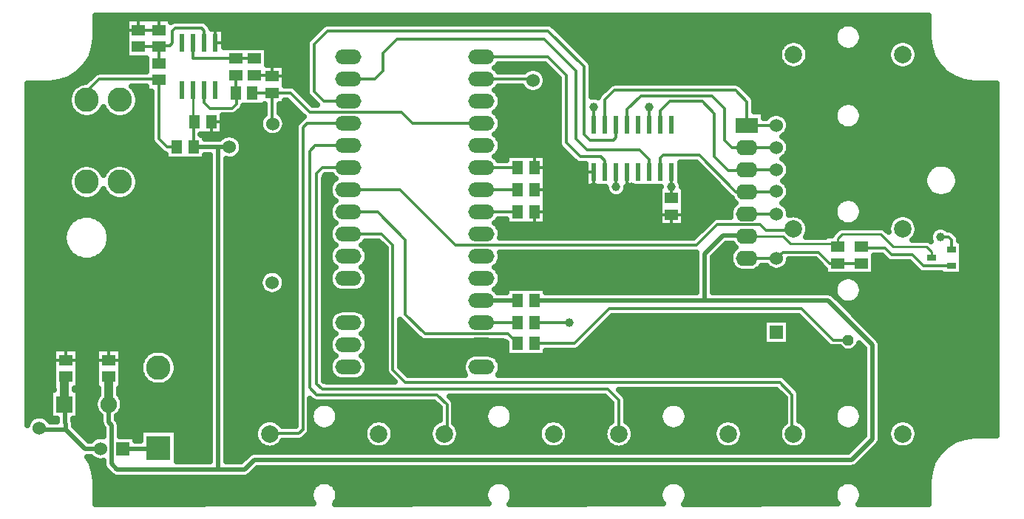
<source format=gbr>
G04 DipTrace 3.0.0.2*
G04 Bottom.gbr*
%MOMM*%
G04 #@! TF.FileFunction,Copper,L2,Bot*
G04 #@! TF.Part,Single*
%AMOUTLINE0*5,1,8,0,0,1.32081,-112.50063*%
G04 #@! TA.AperFunction,Conductor*
%ADD10C,0.25*%
G04 #@! TA.AperFunction,CopperBalancing*
%ADD14C,0.33*%
G04 #@! TA.AperFunction,Conductor*
%ADD15C,0.5*%
G04 #@! TA.AperFunction,ViaPad*
%ADD16C,1.0*%
G04 #@! TA.AperFunction,CopperBalancing*
%ADD18C,0.635*%
%ADD19R,1.5X1.3*%
%ADD20R,1.3X1.5*%
%ADD25R,0.6X2.0*%
G04 #@! TA.AperFunction,ComponentPad*
%ADD27R,2.8X2.8*%
%ADD28C,2.8*%
%ADD29R,1.524X1.524*%
%ADD30C,1.524*%
%ADD34R,1.05X0.65*%
G04 #@! TA.AperFunction,ComponentPad*
%ADD36R,2.0X2.0*%
%ADD37C,2.0*%
%ADD38R,2.5X1.75*%
%ADD39O,2.5X1.75*%
%ADD40C,1.9*%
%ADD41R,1.9X1.9*%
%ADD42O,3.0X1.7*%
%ADD86OUTLINE0*%
%FSLAX35Y35*%
G04*
G71*
G90*
G75*
G01*
G04 Bottom*
%LPD*%
X6302250Y5968873D2*
D14*
X6873753D1*
X6889627Y5953000D1*
X8477123Y4905250D2*
Y4730623D1*
X8477127D1*
Y4603623D1*
X3000053Y5841060D2*
D10*
Y5191310D1*
X3003430Y5187933D1*
X6905500Y3428873D2*
D15*
X8857300D1*
Y3967800D1*
X9064500Y4175000D1*
X9334000D1*
X9340000Y4169000D1*
X3413000Y5191000D2*
X3003430Y5187933D1*
X3285760D1*
Y1492073D1*
X3587353D1*
X3698467Y1603187D1*
X10539873D1*
X10777973Y1841287D1*
Y2920673D1*
X10269773Y3428873D1*
X6905500D1*
X3003430Y5187933D2*
D10*
Y5464053D1*
X3016127Y5476750D1*
X9340000Y4169000D2*
X9751873D1*
X9841447Y4079427D1*
X10348913D1*
X10381140Y4047200D1*
X11452753Y3920933D2*
Y3991960D1*
X11397033Y4047680D1*
X11016073D1*
X10873213Y4190540D1*
X10428760D1*
X10381140Y4142920D1*
Y4047200D1*
X2034000Y2240000D2*
D15*
Y2029533D1*
X2063513Y2000020D1*
Y1555567D1*
X2127007Y1492073D1*
X3285760D1*
X2034000Y2240000D2*
D16*
Y2553353D1*
X2031767Y2555587D1*
X6302250Y3428873D2*
D15*
X6715500D1*
X6302250Y4444873D2*
D14*
X6715500D1*
X6302250Y4698873D2*
X6715500D1*
X6302250Y4952873D2*
X6715500D1*
X4778250Y5714873D2*
X4492503D1*
X4381377Y5826000D1*
Y6365750D1*
X4540127Y6524500D1*
X7064250D1*
X7477000Y6111750D1*
Y5333873D1*
X7540500Y5270373D1*
X7810377D1*
X7842123Y5302120D1*
Y5445250D1*
X8223123Y5651377D2*
Y5445250D1*
X4778250Y4190873D2*
X5159250D1*
X5286250Y4063873D1*
Y2635127D1*
X5429127Y2492250D1*
X9715373D1*
X9858250Y2349373D1*
Y1916750D1*
X9875000Y1900000D1*
X8477127Y4413623D2*
Y4270250D1*
X7588123Y4905250D2*
Y4730623D1*
X7588127D1*
X7969123Y4905250D2*
Y4778250D1*
X8016750Y4730623D1*
X6905500Y4952873D2*
X7064250D1*
X6905500Y4698873D2*
X7064250D1*
X6905500Y4444873D2*
X7064250D1*
X3903553Y6001060D2*
X3905127Y6143500D1*
X2373553Y6531060D2*
X2213060D1*
X2206500Y6524500D1*
X2603553Y6531060D2*
X2373553D1*
X3698467Y6015973D2*
X3888640D1*
X3903553Y6001060D1*
X3254053Y6381060D2*
X3412747D1*
X10500000Y2977000D2*
X10324813D1*
X9968433Y3333380D1*
X7762040D1*
X7365207Y2936547D1*
X6905203D1*
X6905000Y2936750D1*
X4778250Y4444873D2*
X5111627D1*
X5429127Y4127373D1*
Y3270120D1*
X5651373Y3047873D1*
X6603877D1*
X6715000Y2936750D1*
X4778250Y5968873D2*
X5079877D1*
X5175127Y6064123D1*
Y6270500D1*
X5333877Y6429250D1*
X7016623D1*
X7381750Y6064123D1*
Y5285130D1*
X7508067Y5158813D1*
X8112437D1*
X8223123Y5048127D1*
Y4905250D1*
X11682753Y4015933D2*
Y4127047D1*
X11651007Y4158793D1*
X11555767D1*
X2373553Y6341060D2*
X2603553D1*
Y6151060D1*
X3127053Y6381060D2*
Y6524697D1*
X3095500Y6556250D1*
X2793877D1*
X2762127Y6524500D1*
Y6381623D1*
X2730377Y6349873D1*
X2612367D1*
X2603553Y6341060D1*
X3483553Y6206060D2*
X3000250D1*
Y6380863D1*
X3000053Y6381060D1*
X3698467Y6205973D2*
X3483640D1*
X3483553Y6206060D1*
Y6016060D2*
Y5811060D1*
X3127053Y5841060D2*
Y5699197D1*
X3190750Y5635500D1*
X3444753D1*
X3492377Y5683123D1*
Y5802237D1*
X3483553Y5811060D1*
X6715000Y3174873D2*
X6302250D1*
X6905000D2*
X7302373D1*
X7588123Y5651373D2*
Y5445250D1*
X6302250Y6222873D2*
X7064253D1*
X7270627Y6016500D1*
Y5238623D1*
X7429377Y5079873D1*
X7667500D1*
X7715123Y5032250D1*
Y4905250D1*
X1780000Y5730000D2*
Y5828123D1*
X1920750Y5968873D1*
X2595740D1*
X2603553Y5961060D1*
Y5286073D1*
X2698627Y5191000D1*
X2810363D1*
X2813430Y5187933D1*
X4778250Y5460873D2*
X4302000D1*
X4254377Y5413250D1*
Y1952497D1*
X4206753Y1904873D1*
X3870127D1*
X3875000Y1900000D1*
X4778250Y5206873D2*
X4397250D1*
X4333750Y5143373D1*
Y2428750D1*
X4413127Y2349373D1*
X5794253D1*
X5905377Y2238250D1*
Y1930377D1*
X5875000Y1900000D1*
X4778250Y4952873D2*
X4476627D1*
X4413127Y4889373D1*
Y2476373D1*
X4476627Y2412873D1*
X7746877D1*
X7873877Y2285873D1*
Y1901123D1*
X7875000Y1900000D1*
X3903553Y5811060D2*
Y5463060D1*
X3908803Y5457810D1*
X6302250Y5460873D2*
X5507557D1*
X5380557Y5587873D1*
X4333750D1*
X4110563Y5811060D1*
X3903553D1*
X3673553D2*
X3903553D1*
X9340000Y3915000D2*
Y3968313D1*
X10650987Y3857680D2*
X10381620D1*
X10381140Y3857200D1*
X10285900D1*
X10158913Y3984187D1*
X9749187D1*
X9680000Y3915000D1*
X9340000D1*
X11682753Y3825933D2*
X11364807D1*
X11238300Y3952440D1*
X11000200D1*
X10920833Y4031807D1*
X10666860D1*
X10650987Y4047680D1*
X9340000Y4423000D2*
X9677000D1*
X9680000Y4420000D1*
X9318127Y4444873D2*
X9340000Y4423000D1*
X7842123Y4905250D2*
Y4730623D1*
X9340000Y5185000D2*
X9680000D1*
X9340000D2*
X9165753D1*
X9080377Y5270377D1*
Y5635493D1*
X8937497Y5778373D1*
X8127873D1*
X7969123Y5619623D1*
Y5445250D1*
X9340000Y4931000D2*
X9679000D1*
X9680000Y4930000D1*
X9282093Y4873093D2*
X9340000Y4931000D1*
X8350123Y5445250D2*
Y5603747D1*
X8461250Y5714873D1*
X8826377D1*
X8969250Y5572000D1*
Y5079873D1*
X9128000Y4921123D1*
X9330123D1*
X9340000Y4931000D1*
Y4677000D2*
X9677000D1*
X9680000Y4680000D1*
X9340000Y4677000D2*
X9213377D1*
X8794627Y5095750D1*
X8381877D1*
X8350123Y5063997D1*
Y4905250D1*
X9340000Y5439000D2*
X9674000D1*
X9675000Y5440000D1*
X9340000Y5439000D2*
Y5709250D1*
X9207377Y5841873D1*
X7826250D1*
X7715123Y5730747D1*
Y5445250D1*
X4778250Y4698873D2*
X5365627D1*
X6000627Y4063873D1*
X8762873D1*
X9001000Y4302000D1*
X9493123D1*
X9556623Y4238500D1*
X9863500D1*
X9875000Y4250000D1*
X2190500Y1730173D2*
D15*
X2590173D1*
X2600000Y1740000D1*
X1524250Y2238250D2*
D16*
X1526000Y2240000D1*
Y2541947D1*
D14*
X1539640Y2555587D1*
X1936500Y1730173D2*
D15*
X1761920D1*
X1539693Y1952400D1*
X1253973D1*
X1238100Y1968273D1*
X1526000Y2240000D2*
X1539693Y1952400D1*
D16*
X8223123Y5651377D3*
X11555767Y4158793D3*
X7302373Y3174873D3*
X7588123Y5651373D3*
X7842123Y4730623D3*
X8477127D3*
Y4270250D3*
X7588127Y4730623D3*
X8016750D3*
X7064250Y4952873D3*
Y4698873D3*
Y4444873D3*
X3412747Y6381060D3*
X3905127Y6143500D3*
X2206500Y6524500D3*
X3397127Y4333750D3*
X8587453Y3682593D3*
Y3857200D3*
X1174607Y4269907D3*
Y4127047D3*
Y3984187D3*
X1365087Y4539753D3*
X1539693D3*
X1968273D3*
X2365107Y4269907D3*
Y4127047D3*
Y3984187D3*
X3031787Y1206353D3*
X3190520D3*
X1777793Y2015893D3*
X8635073Y2761940D3*
Y2904800D3*
X1777793Y2634953D3*
Y2730193D3*
X3841327Y2777813D3*
X1884147Y6639083D2*
D18*
X2224913D1*
X3114210D2*
X11415917D1*
X1884147Y6575917D2*
X2224913D1*
X3199663D2*
X4466760D1*
X7137653D2*
X10399420D1*
X10600637D2*
X11415917D1*
X1884147Y6512750D2*
X2224913D1*
X3357667D2*
X4403633D1*
X7200783D2*
X10349440D1*
X10650617D2*
X11415917D1*
X1884147Y6449583D2*
X2224913D1*
X3357667D2*
X4340380D1*
X7263910D2*
X10336417D1*
X10663640D2*
X11415917D1*
X1877573Y6386417D2*
X2224913D1*
X3357667D2*
X4293870D1*
X7327163D2*
X9771863D1*
X9978163D2*
X10349810D1*
X10650247D2*
X11021770D1*
X11228197D2*
X11422490D1*
X1868270Y6323250D2*
X2224913D1*
X3847063D2*
X4291267D1*
X7390290D2*
X9718283D1*
X10031740D2*
X10400537D1*
X10599520D2*
X10968193D1*
X11281773D2*
X11431793D1*
X1846193Y6260083D2*
X2224913D1*
X3847063D2*
X4291267D1*
X7453417D2*
X9701667D1*
X10048360D2*
X10951697D1*
X11298393D2*
X11453867D1*
X1817420Y6196917D2*
X2454977D1*
X3847063D2*
X4291267D1*
X7516670D2*
X9709973D1*
X10040050D2*
X10960007D1*
X11289960D2*
X11482517D1*
X1777733Y6133750D2*
X2454977D1*
X3847063D2*
X4291267D1*
X6497073D2*
X7028587D1*
X7564170D2*
X9748297D1*
X10001603D2*
X10998330D1*
X11251637D2*
X11522207D1*
X1719443Y6070583D2*
X2454977D1*
X4052200D2*
X4291267D1*
X6486903D2*
X6801003D1*
X6978160D2*
X7091717D1*
X7567147D2*
X11580497D1*
X1638827Y6007417D2*
X1834487D1*
X4052200D2*
X4291267D1*
X7028760D2*
X7154967D1*
X7567147D2*
X11661110D1*
X1500790Y5944250D2*
X1771360D1*
X4052200D2*
X4291267D1*
X7039180D2*
X7180517D1*
X7567147D2*
X11799273D1*
X1104100Y5881083D2*
X1631707D1*
X2308307D2*
X2454977D1*
X4162827D2*
X4291267D1*
X6498067D2*
X6759087D1*
X7020203D2*
X7180517D1*
X7567147D2*
X7740607D1*
X9292933D2*
X12195900D1*
X1104100Y5817917D2*
X1585943D1*
X2354070D2*
X2513390D1*
X4228560D2*
X4291640D1*
X6485787D2*
X6834863D1*
X6944427D2*
X7180517D1*
X7567147D2*
X7677480D1*
X9356187D2*
X12195900D1*
X1104100Y5754750D2*
X1567837D1*
X2372177D2*
X2513390D1*
X4291690D2*
X4327813D1*
X6520637D2*
X7180517D1*
X9416710D2*
X12195900D1*
X1104100Y5691583D2*
X1569943D1*
X2370070D2*
X2513390D1*
X4052200D2*
X4105230D1*
X4354817D2*
X4390897D1*
X6524110D2*
X7180517D1*
X9430103D2*
X10425093D1*
X10574840D2*
X12195900D1*
X1104100Y5628417D2*
X1593013D1*
X2347000D2*
X2513390D1*
X3562183D2*
X3813403D1*
X3993660D2*
X4168360D1*
X6498933D2*
X7180517D1*
X9430103D2*
X10357253D1*
X10642680D2*
X12195900D1*
X1104100Y5565250D2*
X1647830D1*
X1912173D2*
X2027840D1*
X2292183D2*
X2513390D1*
X3496697D2*
X3807327D1*
X4010280D2*
X4231610D1*
X6484547D2*
X7180517D1*
X9538623D2*
X9598600D1*
X9751323D2*
X10337160D1*
X10662897D2*
X12195900D1*
X1104100Y5502083D2*
X2513390D1*
X3344770D2*
X3765903D1*
X4051703D2*
X4218463D1*
X6520267D2*
X7180517D1*
X9810730D2*
X10343860D1*
X10656200D2*
X12195900D1*
X1104100Y5438917D2*
X2513390D1*
X3344770D2*
X3760200D1*
X4057407D2*
X4168360D1*
X6524357D2*
X7180517D1*
X9824870D2*
X10382307D1*
X10617753D2*
X12195900D1*
X1104100Y5375750D2*
X2513390D1*
X3344770D2*
X3784753D1*
X4032850D2*
X4164267D1*
X6499927D2*
X7180517D1*
X9809617D2*
X12195900D1*
X1104100Y5312583D2*
X2513390D1*
X3142117D2*
X3330457D1*
X3495583D2*
X4164267D1*
X6483183D2*
X7180517D1*
X9752067D2*
X12195900D1*
X1104100Y5249417D2*
X2521950D1*
X3550400D2*
X4164267D1*
X6519770D2*
X7180517D1*
X9814577D2*
X12195900D1*
X1104100Y5186250D2*
X2578627D1*
X3562803D2*
X4164267D1*
X6524483D2*
X7198873D1*
X9829830D2*
X12195900D1*
X1104100Y5123083D2*
X2643243D1*
X3545687D2*
X4164267D1*
X6500793D2*
X7261380D1*
X9815817D2*
X12195900D1*
X1104100Y5059917D2*
X2674747D1*
X3142117D2*
X3187210D1*
X3477723D2*
X4164267D1*
X6481943D2*
X6576893D1*
X7044140D2*
X7324507D1*
X9756657D2*
X12195900D1*
X1104100Y4996750D2*
X2138717D1*
X2181273D2*
X3187210D1*
X3384333D2*
X4164267D1*
X7044140D2*
X7412690D1*
X8580790D2*
X8768883D1*
X9813337D2*
X11522950D1*
X11607087D2*
X12195900D1*
X1104100Y4933583D2*
X1624143D1*
X1935863D2*
X2004150D1*
X2315870D2*
X3187210D1*
X3384333D2*
X4164267D1*
X7044140D2*
X7484497D1*
X8580790D2*
X8832013D1*
X9829830D2*
X11413190D1*
X11716847D2*
X12195900D1*
X1104100Y4870417D2*
X1582593D1*
X2357420D2*
X3187210D1*
X3384333D2*
X4164267D1*
X7044140D2*
X7484497D1*
X8580790D2*
X8895140D1*
X9816933D2*
X11376850D1*
X11753187D2*
X12195900D1*
X1104100Y4807250D2*
X1567093D1*
X2372923D2*
X3187210D1*
X3384333D2*
X4164267D1*
X4503273D2*
X4599960D1*
X7044140D2*
X7484497D1*
X8580790D2*
X8958270D1*
X9760627D2*
X11366307D1*
X11763603D2*
X12195900D1*
X1104100Y4744083D2*
X1571557D1*
X2368457D2*
X3187210D1*
X3384333D2*
X4164267D1*
X4503273D2*
X4561513D1*
X7044140D2*
X7484497D1*
X8600013D2*
X9021520D1*
X9814700D2*
X11377223D1*
X11752813D2*
X12195900D1*
X1104100Y4680917D2*
X1597353D1*
X2342660D2*
X3187210D1*
X3384333D2*
X4164267D1*
X4503273D2*
X4555683D1*
X7044140D2*
X7729570D1*
X7954720D2*
X8328477D1*
X8625810D2*
X9084650D1*
X9829830D2*
X11414180D1*
X11715857D2*
X12195900D1*
X1104100Y4617750D2*
X1658373D1*
X1901633D2*
X2038380D1*
X2281640D2*
X3187210D1*
X3384333D2*
X4164267D1*
X4503273D2*
X4578010D1*
X7044140D2*
X7803860D1*
X7880307D2*
X8328477D1*
X8625810D2*
X9147777D1*
X9815693D2*
X11529400D1*
X11600637D2*
X12195900D1*
X1104100Y4554583D2*
X3187210D1*
X3384333D2*
X4164267D1*
X4503273D2*
X4601327D1*
X7044140D2*
X8328477D1*
X8625810D2*
X9201480D1*
X9756037D2*
X10376103D1*
X10623830D2*
X12195900D1*
X1104100Y4491417D2*
X3187210D1*
X3384333D2*
X4164267D1*
X4503273D2*
X4561887D1*
X7044140D2*
X8328477D1*
X8625810D2*
X9157327D1*
X9810857D2*
X10341873D1*
X10658060D2*
X12195900D1*
X1104100Y4428250D2*
X3187210D1*
X3384333D2*
X4164267D1*
X4503273D2*
X4555560D1*
X7044140D2*
X8328477D1*
X8625810D2*
X9141450D1*
X9829583D2*
X10337907D1*
X10662153D2*
X12195900D1*
X1104100Y4365083D2*
X1623893D1*
X1936110D2*
X3187210D1*
X3384333D2*
X4164267D1*
X4503273D2*
X4577140D1*
X7044140D2*
X8328477D1*
X8625810D2*
X8939540D1*
X10002720D2*
X10361223D1*
X10638713D2*
X10997213D1*
X11252753D2*
X12195900D1*
X1104100Y4301917D2*
X1560147D1*
X1999860D2*
X3187210D1*
X3384333D2*
X4164267D1*
X4503273D2*
X4602690D1*
X6477850D2*
X8328477D1*
X8625810D2*
X8876167D1*
X10040423D2*
X10440597D1*
X10559337D2*
X10959633D1*
X11290330D2*
X12195900D1*
X1104100Y4238750D2*
X1527033D1*
X2032973D2*
X3187210D1*
X3384333D2*
X4164267D1*
X4503273D2*
X4562383D1*
X6518157D2*
X8812913D1*
X10048237D2*
X10357873D1*
X11298270D2*
X11463543D1*
X11682247D2*
X12195900D1*
X1104100Y4175583D2*
X1512770D1*
X2047237D2*
X3187210D1*
X3384333D2*
X4164267D1*
X4503273D2*
X4555437D1*
X6525103D2*
X8749787D1*
X10031120D2*
X10232487D1*
X11281153D2*
X11433280D1*
X11757403D2*
X12195900D1*
X1104100Y4112417D2*
X1514257D1*
X2045747D2*
X3187210D1*
X3384333D2*
X4164267D1*
X4503273D2*
X4576397D1*
X11808873D2*
X12195900D1*
X1104100Y4049250D2*
X1531747D1*
X2028260D2*
X3187210D1*
X3384333D2*
X4164267D1*
X4503273D2*
X4604177D1*
X4952360D2*
X5176050D1*
X9075520D2*
X9198130D1*
X11808873D2*
X12195900D1*
X1104100Y3986083D2*
X1569200D1*
X1990807D2*
X3187210D1*
X3384333D2*
X4164267D1*
X4503273D2*
X4562753D1*
X4993660D2*
X5196143D1*
X9012393D2*
X9158690D1*
X11808873D2*
X12195900D1*
X1104100Y3922917D2*
X1642870D1*
X1917137D2*
X3187210D1*
X3384333D2*
X4164267D1*
X4503273D2*
X4555313D1*
X5001227D2*
X5196143D1*
X6525227D2*
X8758713D1*
X8955963D2*
X9141577D1*
X10799570D2*
X10904940D1*
X11808873D2*
X12195900D1*
X1104100Y3859750D2*
X3187210D1*
X3384333D2*
X4164267D1*
X4503273D2*
X4575530D1*
X4980887D2*
X5196143D1*
X6504887D2*
X8758713D1*
X8955963D2*
X9151497D1*
X9818793D2*
X10158567D1*
X10799570D2*
X11206193D1*
X11808873D2*
X12195900D1*
X1104100Y3796583D2*
X3187210D1*
X3384333D2*
X4164267D1*
X4503273D2*
X4605543D1*
X4950873D2*
X5196143D1*
X6474873D2*
X8758713D1*
X8955963D2*
X9196517D1*
X9483557D2*
X9592650D1*
X9767447D2*
X10221697D1*
X10799570D2*
X11269320D1*
X11808873D2*
X12195900D1*
X1104100Y3733417D2*
X3187210D1*
X3384333D2*
X3794057D1*
X4015613D2*
X4164267D1*
X4503273D2*
X4563250D1*
X4993290D2*
X5196143D1*
X6517290D2*
X8758713D1*
X8955963D2*
X10232487D1*
X10799570D2*
X11556560D1*
X11808873D2*
X12195900D1*
X1104100Y3670250D2*
X3187210D1*
X3384333D2*
X3759330D1*
X4050213D2*
X4164267D1*
X4503273D2*
X4555190D1*
X5001350D2*
X5196143D1*
X6525350D2*
X8758713D1*
X8955963D2*
X10392227D1*
X10607707D2*
X12195900D1*
X1104100Y3607083D2*
X3187210D1*
X3384333D2*
X3757717D1*
X4051950D2*
X4164267D1*
X4503273D2*
X4574783D1*
X4981630D2*
X5196143D1*
X6505630D2*
X8758713D1*
X8955963D2*
X10347083D1*
X10652973D2*
X12195900D1*
X1104100Y3543917D2*
X3187210D1*
X3384333D2*
X3787607D1*
X4022060D2*
X4164267D1*
X4503273D2*
X4644610D1*
X4911930D2*
X5196143D1*
X6473383D2*
X6576893D1*
X7044140D2*
X8758713D1*
X8955963D2*
X10336417D1*
X10663517D2*
X12195900D1*
X1104100Y3480750D2*
X3187210D1*
X3384333D2*
X4164267D1*
X4503273D2*
X5196143D1*
X10647517D2*
X12195900D1*
X1104100Y3417583D2*
X3187210D1*
X3384333D2*
X4164267D1*
X4503273D2*
X5196143D1*
X10591210D2*
X12195900D1*
X1104100Y3354417D2*
X3187210D1*
X3384333D2*
X4164267D1*
X4503273D2*
X5196143D1*
X10481077D2*
X12195900D1*
X1104100Y3291250D2*
X3187210D1*
X3384333D2*
X4164267D1*
X4503273D2*
X4608643D1*
X4947773D2*
X5196143D1*
X10544207D2*
X12195900D1*
X1104100Y3228083D2*
X3187210D1*
X3384333D2*
X4164267D1*
X4503273D2*
X4564243D1*
X4992297D2*
X5196143D1*
X7781583D2*
X9948967D1*
X10607333D2*
X12195900D1*
X1104100Y3164917D2*
X3187210D1*
X3384333D2*
X4164267D1*
X4503273D2*
X4554940D1*
X5001600D2*
X5196143D1*
X5376397D2*
X5409587D1*
X7718333D2*
X9530140D1*
X9829830D2*
X10012097D1*
X10670587D2*
X12195900D1*
X1104100Y3101750D2*
X3187210D1*
X3384333D2*
X4164267D1*
X4503273D2*
X4573297D1*
X4983243D2*
X5196143D1*
X5376397D2*
X5472713D1*
X7655203D2*
X9530140D1*
X9829830D2*
X10075223D1*
X10733713D2*
X12195900D1*
X1104100Y3038583D2*
X3187210D1*
X3384333D2*
X4164267D1*
X4503273D2*
X4610253D1*
X4946283D2*
X5196143D1*
X5376397D2*
X5535843D1*
X7592077D2*
X9530140D1*
X9829830D2*
X10138477D1*
X10796843D2*
X12195900D1*
X1104100Y2975417D2*
X3187210D1*
X3384333D2*
X4164267D1*
X4503273D2*
X4564740D1*
X4991800D2*
X5196143D1*
X5376397D2*
X5603063D1*
X7528823D2*
X9530140D1*
X9829830D2*
X10201603D1*
X10858607D2*
X12195900D1*
X1104100Y2912250D2*
X3187210D1*
X3384333D2*
X4164267D1*
X4503273D2*
X4554817D1*
X5001600D2*
X5196143D1*
X5376397D2*
X6576400D1*
X7465697D2*
X10265350D1*
X10876590D2*
X12195900D1*
X1104100Y2849083D2*
X1390980D1*
X1688313D2*
X1883103D1*
X2180437D2*
X2508677D1*
X2691290D2*
X3187210D1*
X3384333D2*
X4164267D1*
X4503273D2*
X4572553D1*
X4983863D2*
X5196143D1*
X5376397D2*
X6576400D1*
X7043643D2*
X10461433D1*
X10538500D2*
X10679343D1*
X10876590D2*
X12195900D1*
X1104100Y2785917D2*
X1390980D1*
X1688313D2*
X1883103D1*
X2180437D2*
X2428930D1*
X2771037D2*
X3187210D1*
X3384333D2*
X4164267D1*
X4503273D2*
X4611867D1*
X4944547D2*
X5196143D1*
X5376397D2*
X6135867D1*
X6468547D2*
X10679343D1*
X10876590D2*
X12195900D1*
X1104100Y2722750D2*
X1390980D1*
X1688313D2*
X1883103D1*
X2180437D2*
X2396063D1*
X2803903D2*
X3187210D1*
X3384333D2*
X4164267D1*
X4503273D2*
X4565233D1*
X4991303D2*
X5196143D1*
X5376397D2*
X6089233D1*
X6515303D2*
X10679343D1*
X10876590D2*
X12195900D1*
X1104100Y2659583D2*
X1390980D1*
X1688313D2*
X1883103D1*
X2180437D2*
X2386390D1*
X2813700D2*
X3187210D1*
X3384333D2*
X4164267D1*
X4503273D2*
X4554817D1*
X5001723D2*
X5196143D1*
X5386567D2*
X6078817D1*
X6525723D2*
X10679343D1*
X10876590D2*
X12195900D1*
X1104100Y2596417D2*
X1390980D1*
X1688313D2*
X1883103D1*
X2180437D2*
X2396313D1*
X2803657D2*
X3187210D1*
X3384333D2*
X4164267D1*
X4503273D2*
X4571933D1*
X4984607D2*
X5205567D1*
X5449820D2*
X6095933D1*
X6508607D2*
X10679343D1*
X10876590D2*
X12195900D1*
X1104100Y2533250D2*
X1390980D1*
X1688313D2*
X1883103D1*
X2180437D2*
X2429673D1*
X2770417D2*
X3187210D1*
X3384333D2*
X4164267D1*
X4503273D2*
X4633820D1*
X4922597D2*
X5263363D1*
X9799197D2*
X10679343D1*
X10876590D2*
X12195900D1*
X1104100Y2470083D2*
X1390980D1*
X1688313D2*
X1883103D1*
X2180437D2*
X2510537D1*
X2689430D2*
X3187210D1*
X3384333D2*
X4164267D1*
X9862327D2*
X10679343D1*
X10876590D2*
X12195900D1*
X1104100Y2406917D2*
X1402390D1*
X1649617D2*
X1910390D1*
X2157617D2*
X3187210D1*
X3384333D2*
X4164267D1*
X7877577D2*
X9675867D1*
X9925453D2*
X10679343D1*
X10876590D2*
X12195900D1*
X1104100Y2343750D2*
X1357367D1*
X1694637D2*
X1902823D1*
X2165183D2*
X3187210D1*
X3384333D2*
X4164267D1*
X7940830D2*
X9739120D1*
X9948397D2*
X10679343D1*
X10876590D2*
X12195900D1*
X1104100Y2280583D2*
X1357367D1*
X1694637D2*
X1870577D1*
X2197430D2*
X3187210D1*
X3384333D2*
X4164267D1*
X5983987D2*
X7754373D1*
X7964023D2*
X9768143D1*
X9948397D2*
X10679343D1*
X10876590D2*
X12195900D1*
X1104100Y2217417D2*
X1357367D1*
X1694637D2*
X1866980D1*
X2201027D2*
X3187210D1*
X3384333D2*
X4164267D1*
X4344523D2*
X4388950D1*
X4611050D2*
X5801377D1*
X5995523D2*
X6389000D1*
X6611050D2*
X7783767D1*
X7964023D2*
X8389000D1*
X8611053D2*
X9768143D1*
X9948397D2*
X10389003D1*
X10611053D2*
X10679343D1*
X10876590D2*
X12195900D1*
X1104100Y2154250D2*
X1357367D1*
X1694637D2*
X1889923D1*
X2178080D2*
X3187210D1*
X3384333D2*
X4164267D1*
X4653960D2*
X5815267D1*
X5995523D2*
X6345963D1*
X6653963D2*
X7783767D1*
X7964023D2*
X8345963D1*
X8653963D2*
X9768143D1*
X9948397D2*
X10345967D1*
X10876590D2*
X12195900D1*
X1104100Y2091083D2*
X1157567D1*
X1318600D2*
X1357367D1*
X1694637D2*
X1935440D1*
X2132563D2*
X3187210D1*
X3384333D2*
X4164267D1*
X4663387D2*
X5815267D1*
X5995523D2*
X6336660D1*
X6663390D2*
X7783767D1*
X7964023D2*
X8336663D1*
X8663390D2*
X9768143D1*
X9948397D2*
X10336667D1*
X10876590D2*
X12195900D1*
X1634857Y2027917D2*
X1935440D1*
X2157740D2*
X3187210D1*
X3384333D2*
X3760820D1*
X3989197D2*
X4164267D1*
X4646147D2*
X5010850D1*
X5239103D2*
X5760820D1*
X5995523D2*
X6353900D1*
X6646150D2*
X7010853D1*
X7239107D2*
X7760823D1*
X7989200D2*
X8353903D1*
X8646150D2*
X9010853D1*
X9239107D2*
X9760823D1*
X9989200D2*
X10353903D1*
X10646153D2*
X10679447D1*
X10876590D2*
X11010857D1*
X11239110D2*
X12195900D1*
X1664127Y1964750D2*
X1961983D1*
X2162083D2*
X3187210D1*
X3384333D2*
X3714433D1*
X4344523D2*
X4413307D1*
X4586617D2*
X4964343D1*
X5285613D2*
X5714437D1*
X6035583D2*
X6413307D1*
X6586617D2*
X6964343D1*
X7285613D2*
X7714437D1*
X8035583D2*
X8413310D1*
X8586620D2*
X8964347D1*
X9285617D2*
X9714440D1*
X10035587D2*
X10413310D1*
X10586623D2*
X10679343D1*
X10876590D2*
X10964347D1*
X11285617D2*
X12195900D1*
X1727380Y1901583D2*
X1964960D1*
X2162083D2*
X2386390D1*
X2813700D2*
X3187210D1*
X3384333D2*
X3701410D1*
X4327283D2*
X4951320D1*
X5298633D2*
X5701413D1*
X6048603D2*
X6951320D1*
X7298637D2*
X7701417D1*
X8048607D2*
X8951323D1*
X9298640D2*
X9701417D1*
X10048607D2*
X10679343D1*
X10876590D2*
X10951327D1*
X11298640D2*
X12195900D1*
X1790507Y1838417D2*
X1835973D1*
X2340303D2*
X2386390D1*
X2813700D2*
X3187210D1*
X3384333D2*
X3713070D1*
X4264030D2*
X4963100D1*
X5286853D2*
X5713070D1*
X6036947D2*
X6963103D1*
X7286853D2*
X7713073D1*
X8036947D2*
X8963107D1*
X9286857D2*
X9713077D1*
X10036950D2*
X10638290D1*
X10876590D2*
X10963107D1*
X11286857D2*
X11749787D1*
X2813700Y1775250D2*
X3187210D1*
X3384333D2*
X3757223D1*
X3992793D2*
X5007130D1*
X5242823D2*
X5757223D1*
X5992793D2*
X7007133D1*
X7242827D2*
X7757227D1*
X7992797D2*
X9007133D1*
X9242827D2*
X9757227D1*
X9992797D2*
X10575163D1*
X10848807D2*
X11007137D1*
X11242830D2*
X11633577D1*
X2813700Y1712083D2*
X3187210D1*
X3384333D2*
X10511910D1*
X10785557D2*
X11563133D1*
X2813700Y1648917D2*
X3187210D1*
X3384333D2*
X3607400D1*
X10722427D2*
X11511417D1*
X1828333Y1585750D2*
X1964960D1*
X2813700D2*
X3187210D1*
X3384333D2*
X3544150D1*
X10659300D2*
X11471727D1*
X1852270Y1522583D2*
X1971037D1*
X10591087D2*
X11447790D1*
X1872363Y1459417D2*
X2022877D1*
X3691540D2*
X11427577D1*
X1879557Y1396250D2*
X11420507D1*
X1884147Y1333083D2*
X4409833D1*
X4590213D2*
X6409837D1*
X6590213D2*
X8409837D1*
X8590217D2*
X10409840D1*
X10590220D2*
X11415917D1*
X1884147Y1269917D2*
X4352783D1*
X4647263D2*
X6352783D1*
X6647267D2*
X8352787D1*
X8647267D2*
X10352787D1*
X10647270D2*
X11415917D1*
X1884147Y1206750D2*
X4336537D1*
X4663510D2*
X6336537D1*
X6663513D2*
X8336540D1*
X8663513D2*
X10336540D1*
X10663517D2*
X11415917D1*
X1884147Y1143583D2*
X4346830D1*
X4653217D2*
X6346830D1*
X6653220D2*
X8346833D1*
X8653220D2*
X10346837D1*
X10653223D2*
X11415917D1*
X1681810Y2687877D2*
X1681930Y2423297D1*
X1643360D1*
X1643290Y2402173D1*
X1688290Y2402290D1*
Y2077710D1*
X1626153D1*
X1630190Y1992287D1*
X1800257Y1822357D1*
X1826537Y1822463D1*
X1843310Y1839283D1*
X1861527Y1852520D1*
X1881590Y1862740D1*
X1903003Y1869700D1*
X1925243Y1873220D1*
X1947757D1*
X1971227Y1869353D1*
X1971223Y1961743D1*
X1959337Y1975287D1*
X1951770Y1987633D1*
X1946227Y2001013D1*
X1942847Y2015097D1*
X1941710Y2029533D1*
Y2106553D1*
X1928600Y2116593D1*
X1910593Y2134600D1*
X1895627Y2155203D1*
X1884063Y2177893D1*
X1876193Y2202113D1*
X1872210Y2227267D1*
Y2252733D1*
X1876193Y2277887D1*
X1884063Y2302107D1*
X1895627Y2324797D1*
X1910593Y2345400D1*
X1916710Y2352013D1*
Y2423183D1*
X1889477Y2423297D1*
Y2877877D1*
X2174057D1*
Y2423297D1*
X2151360D1*
X2151290Y2352063D1*
X2165297Y2335393D1*
X2178600Y2313677D1*
X2188347Y2290150D1*
X2194293Y2265387D1*
X2196290Y2240000D1*
X2194293Y2214613D1*
X2188347Y2189850D1*
X2178600Y2166323D1*
X2165297Y2144607D1*
X2148757Y2125243D1*
X2129393Y2108703D1*
X2126287Y2106630D1*
X2126290Y2067730D1*
X2138177Y2054267D1*
X2145743Y2041920D1*
X2151287Y2028540D1*
X2154667Y2014457D1*
X2155803Y2000020D1*
Y1873640D1*
X2333990Y1873663D1*
Y1822440D1*
X2392783Y1822463D1*
X2392710Y1947290D1*
X2807290D1*
Y1584273D1*
X3193483Y1584363D1*
X3193470Y5095573D1*
X3135817Y5095643D1*
X3135720Y5045643D1*
X2681140D1*
Y5109020D1*
X2666560Y5113587D1*
X2649377Y5123213D1*
X2639377Y5131750D1*
X2539840Y5231657D1*
X2528897Y5248033D1*
X2522077Y5266513D1*
X2519763Y5286073D1*
X2519797Y5286920D1*
X2519763Y5828677D1*
X2461263Y5828770D1*
Y5885200D1*
X2297463Y5885083D1*
X2317623Y5864623D1*
X2336743Y5838310D1*
X2351510Y5809327D1*
X2361563Y5778390D1*
X2366650Y5746263D1*
Y5713737D1*
X2361563Y5681610D1*
X2351510Y5650673D1*
X2336743Y5621690D1*
X2317623Y5595377D1*
X2294623Y5572377D1*
X2268310Y5553257D1*
X2239327Y5538490D1*
X2208390Y5528437D1*
X2176263Y5523350D1*
X2143737D1*
X2111610Y5528437D1*
X2080673Y5538490D1*
X2051690Y5553257D1*
X2025377Y5572377D1*
X2002377Y5595377D1*
X1983257Y5621690D1*
X1970060Y5647267D1*
X1956743Y5621690D1*
X1937623Y5595377D1*
X1914623Y5572377D1*
X1888310Y5553257D1*
X1859327Y5538490D1*
X1828390Y5528437D1*
X1796263Y5523350D1*
X1763737D1*
X1731610Y5528437D1*
X1700673Y5538490D1*
X1671690Y5553257D1*
X1645377Y5572377D1*
X1622377Y5595377D1*
X1603257Y5621690D1*
X1588490Y5650673D1*
X1578437Y5681610D1*
X1573350Y5713737D1*
Y5746263D1*
X1578437Y5778390D1*
X1588490Y5809327D1*
X1603257Y5838310D1*
X1622377Y5864623D1*
X1645377Y5887623D1*
X1671690Y5906743D1*
X1700673Y5921510D1*
X1731610Y5931563D1*
X1763737Y5936650D1*
X1770280Y5936907D1*
X1866333Y6032587D1*
X1882710Y6043530D1*
X1901190Y6050350D1*
X1920750Y6052663D1*
X1921597Y6052630D1*
X2461367Y6052663D1*
X2461263Y6208650D1*
X2231263Y6208770D1*
Y6663350D1*
X2745843D1*
Y6624877D1*
X2761810Y6633663D1*
X2780770Y6639010D1*
X2793877Y6640040D1*
X3102073Y6639783D1*
X3121393Y6635940D1*
X3139280Y6627693D1*
X3154750Y6615500D1*
X3155323Y6614877D1*
X3190767Y6579113D1*
X3201710Y6562737D1*
X3207563Y6548350D1*
X3351343D1*
Y6338330D1*
X3840757Y6338263D1*
Y6133357D1*
X4045843Y6133350D1*
Y5894803D1*
X4117137Y5894593D1*
X4136457Y5890750D1*
X4154343Y5882503D1*
X4169813Y5870310D1*
X4170387Y5869687D1*
X4368447Y5671673D1*
X4417217Y5671663D1*
X4317663Y5771583D1*
X4306720Y5787960D1*
X4299900Y5806440D1*
X4297587Y5826000D1*
X4297620Y5826847D1*
X4297843Y6372323D1*
X4301687Y6391643D1*
X4309933Y6409530D1*
X4322127Y6425000D1*
X4322750Y6425573D1*
X4485710Y6588213D1*
X4502087Y6599157D1*
X4520567Y6605977D1*
X4540127Y6608290D1*
X4540973Y6608257D1*
X7070823Y6608033D1*
X7090143Y6604190D1*
X7108030Y6595943D1*
X7123500Y6583750D1*
X7124073Y6583127D1*
X7540713Y6166167D1*
X7551657Y6149790D1*
X7558477Y6131310D1*
X7560790Y6111750D1*
X7560757Y6110903D1*
X7560790Y5765353D1*
X7578920Y5768303D1*
X7597327D1*
X7615503Y5765423D1*
X7636047Y5758333D1*
X7643680Y5774527D1*
X7655873Y5789997D1*
X7771833Y5905587D1*
X7788210Y5916530D1*
X7806690Y5923350D1*
X7826250Y5925663D1*
X7827097Y5925630D1*
X9213950Y5925407D1*
X9233270Y5921563D1*
X9251157Y5913317D1*
X9266627Y5901123D1*
X9267200Y5900500D1*
X9403713Y5763667D1*
X9414657Y5747290D1*
X9421477Y5728810D1*
X9423790Y5709250D1*
X9423757Y5708403D1*
X9423790Y5593783D1*
X9532290Y5593790D1*
Y5522723D1*
X9558913Y5524340D1*
X9573537Y5541463D1*
X9590660Y5556087D1*
X9609857Y5567850D1*
X9630660Y5576467D1*
X9652553Y5581723D1*
X9675000Y5583490D1*
X9697447Y5581723D1*
X9719340Y5576467D1*
X9740143Y5567850D1*
X9759340Y5556087D1*
X9776463Y5541463D1*
X9791087Y5524340D1*
X9802850Y5505143D1*
X9811467Y5484340D1*
X9816723Y5462447D1*
X9818490Y5440000D1*
X9816723Y5417553D1*
X9811467Y5395660D1*
X9802850Y5374857D1*
X9791087Y5355660D1*
X9776463Y5338537D1*
X9759340Y5323913D1*
X9743177Y5313850D1*
X9764340Y5301087D1*
X9781463Y5286463D1*
X9796087Y5269340D1*
X9807850Y5250143D1*
X9816467Y5229340D1*
X9821723Y5207447D1*
X9823490Y5185000D1*
X9821723Y5162553D1*
X9816467Y5140660D1*
X9807850Y5119857D1*
X9796087Y5100660D1*
X9781463Y5083537D1*
X9764340Y5068913D1*
X9745797Y5057517D1*
X9764340Y5046087D1*
X9781463Y5031463D1*
X9796087Y5014340D1*
X9807850Y4995143D1*
X9816467Y4974340D1*
X9821723Y4952447D1*
X9823490Y4930000D1*
X9821723Y4907553D1*
X9816467Y4885660D1*
X9807850Y4864857D1*
X9796087Y4845660D1*
X9781463Y4828537D1*
X9764340Y4813913D1*
X9750327Y4805053D1*
X9764340Y4796087D1*
X9781463Y4781463D1*
X9796087Y4764340D1*
X9807850Y4745143D1*
X9816467Y4724340D1*
X9821723Y4702447D1*
X9823490Y4680000D1*
X9821723Y4657553D1*
X9816467Y4635660D1*
X9807850Y4614857D1*
X9796087Y4595660D1*
X9781463Y4578537D1*
X9764340Y4563913D1*
X9745143Y4552150D1*
X9740627Y4550067D1*
X9754973Y4542347D1*
X9773190Y4529110D1*
X9789110Y4513190D1*
X9802347Y4494973D1*
X9812567Y4474910D1*
X9819527Y4453497D1*
X9823047Y4431257D1*
X9823303Y4409103D1*
X9848830Y4415230D1*
X9875000Y4417290D1*
X9901170Y4415230D1*
X9926697Y4409103D1*
X9950947Y4399057D1*
X9973330Y4385340D1*
X9993293Y4368293D1*
X10010340Y4348330D1*
X10024057Y4325947D1*
X10034103Y4301697D1*
X10040230Y4276170D1*
X10042290Y4250000D1*
X10040230Y4223830D1*
X10034103Y4198303D1*
X10024057Y4174053D1*
X10015387Y4159220D1*
X10238943Y4159217D1*
X10238850Y4179490D1*
X10310163D1*
X10320467Y4194740D1*
X10376940Y4251213D1*
X10392537Y4261633D1*
X10410133Y4268127D1*
X10428760Y4270330D1*
X10429617Y4270297D1*
X10879473Y4270083D1*
X10897870Y4266423D1*
X10914903Y4258573D1*
X10929633Y4246960D1*
X10930213Y4246330D1*
X10961293Y4215300D1*
X10958227Y4236873D1*
Y4263127D1*
X10962333Y4289053D1*
X10970443Y4314020D1*
X10982363Y4337410D1*
X10997793Y4358647D1*
X11016353Y4377207D1*
X11037590Y4392637D1*
X11060980Y4404557D1*
X11085947Y4412667D1*
X11111873Y4416773D1*
X11138127D1*
X11164053Y4412667D1*
X11189020Y4404557D1*
X11212410Y4392637D1*
X11233647Y4377207D1*
X11252207Y4358647D1*
X11267637Y4337410D1*
X11279557Y4314020D1*
X11287667Y4289053D1*
X11291773Y4263127D1*
Y4236873D1*
X11287667Y4210947D1*
X11279557Y4185980D1*
X11267637Y4162590D1*
X11252207Y4141353D1*
X11238657Y4127423D1*
X11403293Y4127223D1*
X11421690Y4123567D1*
X11438723Y4115713D1*
X11449590Y4107673D1*
X11441717Y4131413D1*
X11438837Y4149590D1*
Y4167997D1*
X11441717Y4186173D1*
X11447403Y4203677D1*
X11455760Y4220077D1*
X11466580Y4234967D1*
X11479593Y4247980D1*
X11494483Y4258800D1*
X11510883Y4267157D1*
X11528387Y4272843D1*
X11546563Y4275723D1*
X11564970D1*
X11583147Y4272843D1*
X11600650Y4267157D1*
X11617050Y4258800D1*
X11631940Y4247980D1*
X11637830Y4242537D1*
X11664113Y4241553D1*
X11683073Y4236207D1*
X11700257Y4226580D1*
X11710257Y4218043D1*
X11746467Y4181463D1*
X11757410Y4165087D1*
X11764230Y4146607D1*
X11766543Y4127047D1*
X11766510Y4126200D1*
X11766543Y4115760D1*
X11802543Y4115723D1*
Y3726143D1*
X11562963D1*
Y3742143D1*
X11358233Y3742400D1*
X11338913Y3746243D1*
X11321027Y3754490D1*
X11305557Y3766683D1*
X11304983Y3767307D1*
X11203567Y3868677D1*
X10993627Y3868907D1*
X10974307Y3872750D1*
X10956420Y3880997D1*
X10940950Y3893190D1*
X10940377Y3893813D1*
X10886140Y3948003D1*
X10793213Y3948017D1*
X10793277Y3725390D1*
X10269430Y3724910D1*
X10238850D1*
Y3787790D1*
X10226650Y3797950D1*
X10124133Y3900470D1*
X9822687Y3900397D1*
X9819527Y3881503D1*
X9812567Y3860090D1*
X9802347Y3840027D1*
X9789110Y3821810D1*
X9773190Y3805890D1*
X9754973Y3792653D1*
X9734910Y3782433D1*
X9713497Y3775473D1*
X9691257Y3771953D1*
X9668743D1*
X9646503Y3775473D1*
X9625090Y3782433D1*
X9605027Y3792653D1*
X9586810Y3805890D1*
X9570890Y3821810D1*
X9563547Y3831207D1*
X9507730Y3831210D1*
X9495203Y3814473D1*
X9478027Y3797297D1*
X9458377Y3783020D1*
X9436737Y3771993D1*
X9413637Y3764487D1*
X9389643Y3760687D1*
X9302500Y3760333D1*
X9278287Y3762117D1*
X9254667Y3767787D1*
X9232227Y3777080D1*
X9211517Y3789773D1*
X9193047Y3805547D1*
X9177273Y3824017D1*
X9164580Y3844727D1*
X9155287Y3867167D1*
X9149617Y3890787D1*
X9147710Y3915000D1*
X9149617Y3939213D1*
X9155287Y3962833D1*
X9164580Y3985273D1*
X9177273Y4005983D1*
X9193047Y4024453D1*
X9211517Y4040227D1*
X9214083Y4041943D1*
X9193047Y4059547D1*
X9177273Y4078017D1*
X9174133Y4082713D1*
X9102697Y4082710D1*
X8949540Y3929523D1*
X8949590Y3521190D1*
X10277013Y3520880D1*
X10291317Y3518613D1*
X10305090Y3514140D1*
X10317993Y3507563D1*
X10329710Y3499050D1*
X10376163Y3453003D1*
X10365887Y3467817D1*
X10354683Y3489807D1*
X10347057Y3513280D1*
X10343193Y3537660D1*
Y3562340D1*
X10347057Y3586720D1*
X10354683Y3610193D1*
X10365887Y3632183D1*
X10380397Y3652153D1*
X10397847Y3669603D1*
X10417817Y3684113D1*
X10439807Y3695317D1*
X10463280Y3702943D1*
X10487660Y3706807D1*
X10512340D1*
X10536720Y3702943D1*
X10560193Y3695317D1*
X10582183Y3684113D1*
X10602153Y3669603D1*
X10619603Y3652153D1*
X10634113Y3632183D1*
X10645317Y3610193D1*
X10652943Y3586720D1*
X10656807Y3562340D1*
Y3537660D1*
X10652943Y3513280D1*
X10645317Y3489807D1*
X10634113Y3467817D1*
X10619603Y3447847D1*
X10602153Y3430397D1*
X10582183Y3415887D1*
X10560193Y3404683D1*
X10536720Y3397057D1*
X10512340Y3393193D1*
X10487660D1*
X10463280Y3397057D1*
X10439807Y3404683D1*
X10417817Y3415887D1*
X10401977Y3427140D1*
X10848150Y2980610D1*
X10856663Y2968893D1*
X10863240Y2955990D1*
X10867713Y2942217D1*
X10869980Y2927913D1*
X10870263Y2698423D1*
X10869980Y1834047D1*
X10867713Y1819743D1*
X10863240Y1805970D1*
X10856663Y1793067D1*
X10848150Y1781350D1*
X10686077Y1618873D1*
X10599810Y1533010D1*
X10588093Y1524497D1*
X10575190Y1517923D1*
X10561417Y1513447D1*
X10547113Y1511180D1*
X10317623Y1510897D1*
X3736567D1*
X3647290Y1421897D1*
X3635573Y1413383D1*
X3622670Y1406810D1*
X3608897Y1402333D1*
X3594593Y1400067D1*
X3365103Y1399783D1*
X2119767Y1400067D1*
X2105463Y1402333D1*
X2091690Y1406810D1*
X2078787Y1413383D1*
X2067070Y1421897D1*
X1998253Y1490307D1*
X1988850Y1501320D1*
X1981283Y1513667D1*
X1975740Y1527047D1*
X1972360Y1541130D1*
X1971223Y1555567D1*
Y1590913D1*
X1947757Y1587127D1*
X1925243D1*
X1903003Y1590647D1*
X1881590Y1597607D1*
X1861527Y1607827D1*
X1843310Y1621063D1*
X1826653Y1637917D1*
X1789283Y1637883D1*
X1826467Y1577867D1*
X1865223Y1466127D1*
X1877720Y1352263D1*
X1877750Y1097750D1*
X4380397Y1097847D1*
X4365887Y1117817D1*
X4354683Y1139807D1*
X4347057Y1163280D1*
X4343193Y1187660D1*
Y1212340D1*
X4347057Y1236720D1*
X4354683Y1260193D1*
X4365887Y1282183D1*
X4380397Y1302153D1*
X4397847Y1319603D1*
X4417817Y1334113D1*
X4439807Y1345317D1*
X4463280Y1352943D1*
X4487660Y1356807D1*
X4512340D1*
X4536720Y1352943D1*
X4560193Y1345317D1*
X4582183Y1334113D1*
X4602153Y1319603D1*
X4619603Y1302153D1*
X4634113Y1282183D1*
X4645317Y1260193D1*
X4652943Y1236720D1*
X4656807Y1212340D1*
Y1187660D1*
X4652943Y1163280D1*
X4645317Y1139807D1*
X4634113Y1117817D1*
X4619507Y1097743D1*
X6380397Y1097847D1*
X6365887Y1117817D1*
X6354683Y1139807D1*
X6347057Y1163280D1*
X6343193Y1187660D1*
Y1212340D1*
X6347057Y1236720D1*
X6354683Y1260193D1*
X6365887Y1282183D1*
X6380397Y1302153D1*
X6397847Y1319603D1*
X6417817Y1334113D1*
X6439807Y1345317D1*
X6463280Y1352943D1*
X6487660Y1356807D1*
X6512340D1*
X6536720Y1352943D1*
X6560193Y1345317D1*
X6582183Y1334113D1*
X6602153Y1319603D1*
X6619603Y1302153D1*
X6634113Y1282183D1*
X6645317Y1260193D1*
X6652943Y1236720D1*
X6656807Y1212340D1*
Y1187660D1*
X6652943Y1163280D1*
X6645317Y1139807D1*
X6634113Y1117817D1*
X6619507Y1097743D1*
X8380397Y1097847D1*
X8365887Y1117817D1*
X8354683Y1139807D1*
X8347057Y1163280D1*
X8343193Y1187660D1*
Y1212340D1*
X8347057Y1236720D1*
X8354683Y1260193D1*
X8365887Y1282183D1*
X8380397Y1302153D1*
X8397847Y1319603D1*
X8417817Y1334113D1*
X8439807Y1345317D1*
X8463280Y1352943D1*
X8487660Y1356807D1*
X8512340D1*
X8536720Y1352943D1*
X8560193Y1345317D1*
X8582183Y1334113D1*
X8602153Y1319603D1*
X8619603Y1302153D1*
X8634113Y1282183D1*
X8645317Y1260193D1*
X8652943Y1236720D1*
X8656807Y1212340D1*
Y1187660D1*
X8652943Y1163280D1*
X8645317Y1139807D1*
X8634113Y1117817D1*
X8619507Y1097743D1*
X10380397Y1097847D1*
X10365887Y1117817D1*
X10354683Y1139807D1*
X10347057Y1163280D1*
X10343193Y1187660D1*
Y1212340D1*
X10347057Y1236720D1*
X10354683Y1260193D1*
X10365887Y1282183D1*
X10380397Y1302153D1*
X10397847Y1319603D1*
X10417817Y1334113D1*
X10439807Y1345317D1*
X10463280Y1352943D1*
X10487660Y1356807D1*
X10512340D1*
X10536720Y1352943D1*
X10560193Y1345317D1*
X10582183Y1334113D1*
X10602153Y1319603D1*
X10619603Y1302153D1*
X10634113Y1282183D1*
X10645317Y1260193D1*
X10652943Y1236720D1*
X10656807Y1212340D1*
Y1187660D1*
X10652943Y1163280D1*
X10645317Y1139807D1*
X10634113Y1117817D1*
X10619507Y1097743D1*
X11422250Y1097750D1*
X11422450Y1357257D1*
X11435413Y1468907D1*
X11474770Y1580437D1*
X11537963Y1680410D1*
X11621817Y1763813D1*
X11722133Y1826467D1*
X11833873Y1865217D1*
X11947737Y1877713D1*
X12202250Y1877750D1*
Y5922250D1*
X11942743Y5922450D1*
X11831097Y5935413D1*
X11719567Y5974770D1*
X11619590Y6037963D1*
X11536190Y6121813D1*
X11473537Y6222130D1*
X11434783Y6333870D1*
X11422287Y6447730D1*
X11422250Y6702250D1*
X1877750D1*
X1877550Y6442743D1*
X1864587Y6331093D1*
X1825227Y6219567D1*
X1762037Y6119590D1*
X1678187Y6036187D1*
X1577870Y5973537D1*
X1466137Y5934780D1*
X1352270Y5922280D1*
X1097750Y5922250D1*
Y1998023D1*
X1105533Y2023183D1*
X1115753Y2043247D1*
X1128990Y2061463D1*
X1144910Y2077383D1*
X1163127Y2090620D1*
X1183190Y2100840D1*
X1204603Y2107800D1*
X1226843Y2111320D1*
X1249357D1*
X1271597Y2107800D1*
X1293010Y2100840D1*
X1313073Y2090620D1*
X1331290Y2077383D1*
X1347210Y2061463D1*
X1359493Y2044673D1*
X1442860Y2044690D1*
X1441333Y2077717D1*
X1363710Y2077710D1*
Y2402290D1*
X1408730D1*
X1397350Y2423297D1*
Y2877877D1*
X1681930D1*
X1681907Y2613297D1*
X8594213Y4735913D2*
X8619417D1*
Y4281333D1*
X8334837D1*
Y4735913D1*
X8360013D1*
X8352163Y4737960D1*
X7959183D1*
X7959053Y4721420D1*
X7956173Y4703243D1*
X7950487Y4685740D1*
X7942130Y4669340D1*
X7931310Y4654450D1*
X7918297Y4641437D1*
X7903407Y4630617D1*
X7887007Y4622260D1*
X7869503Y4616573D1*
X7851327Y4613693D1*
X7832920D1*
X7814743Y4616573D1*
X7797240Y4622260D1*
X7780840Y4630617D1*
X7765950Y4641437D1*
X7752937Y4654450D1*
X7742117Y4669340D1*
X7733760Y4685740D1*
X7728073Y4703243D1*
X7725193Y4721420D1*
X7725123Y4737993D1*
X7490833Y4737960D1*
Y4996103D1*
X7422803Y4996340D1*
X7403483Y5000183D1*
X7385597Y5008430D1*
X7370127Y5020623D1*
X7369553Y5021247D1*
X7206913Y5184207D1*
X7195970Y5200583D1*
X7189153Y5219063D1*
X7186837Y5238623D1*
X7186870Y5239470D1*
X7186837Y5981897D1*
X7029580Y6139050D1*
X6494367Y6139083D1*
X6483053Y6123970D1*
X6466153Y6107070D1*
X6451210Y6095957D1*
X6466153Y6084677D1*
X6483053Y6067777D1*
X6494323Y6052600D1*
X6786313Y6052663D1*
X6805287Y6069087D1*
X6824483Y6080850D1*
X6845287Y6089467D1*
X6867180Y6094723D1*
X6889627Y6096490D1*
X6912073Y6094723D1*
X6933967Y6089467D1*
X6954770Y6080850D1*
X6973967Y6069087D1*
X6991090Y6054463D1*
X7005713Y6037340D1*
X7017477Y6018143D1*
X7026093Y5997340D1*
X7031350Y5975447D1*
X7033117Y5953000D1*
X7031350Y5930553D1*
X7026093Y5908660D1*
X7017477Y5887857D1*
X7005713Y5868660D1*
X6991090Y5851537D1*
X6973967Y5836913D1*
X6954770Y5825150D1*
X6933967Y5816533D1*
X6912073Y5811277D1*
X6889627Y5809510D1*
X6867180Y5811277D1*
X6845287Y5816533D1*
X6824483Y5825150D1*
X6805287Y5836913D1*
X6788163Y5851537D1*
X6773540Y5868660D1*
X6763303Y5885130D1*
X6494367Y5885083D1*
X6483053Y5869970D1*
X6466153Y5853070D1*
X6451210Y5841957D1*
X6466153Y5830677D1*
X6483053Y5813777D1*
X6497100Y5794443D1*
X6507947Y5773153D1*
X6515333Y5750423D1*
X6519070Y5726823D1*
Y5702923D1*
X6515333Y5679323D1*
X6507947Y5656593D1*
X6497100Y5635303D1*
X6483053Y5615970D1*
X6466153Y5599070D1*
X6451210Y5587957D1*
X6466153Y5576677D1*
X6483053Y5559777D1*
X6497100Y5540443D1*
X6507947Y5519153D1*
X6515333Y5496423D1*
X6519070Y5472823D1*
Y5448923D1*
X6515333Y5425323D1*
X6507947Y5402593D1*
X6497100Y5381303D1*
X6483053Y5361970D1*
X6466153Y5345070D1*
X6451210Y5333957D1*
X6466153Y5322677D1*
X6483053Y5305777D1*
X6497100Y5286443D1*
X6507947Y5265153D1*
X6515333Y5242423D1*
X6519070Y5218823D1*
Y5194923D1*
X6515333Y5171323D1*
X6507947Y5148593D1*
X6497100Y5127303D1*
X6483053Y5107970D1*
X6466153Y5091070D1*
X6451210Y5079957D1*
X6466153Y5068677D1*
X6483053Y5051777D1*
X6494323Y5036600D1*
X6583163Y5036663D1*
X6583210Y5095163D1*
X7037790D1*
Y4302583D1*
X6583210D1*
Y4360997D1*
X6494367Y4361083D1*
X6483053Y4345970D1*
X6466153Y4329070D1*
X6451210Y4317957D1*
X6466153Y4306677D1*
X6483053Y4289777D1*
X6497100Y4270443D1*
X6507947Y4249153D1*
X6515333Y4226423D1*
X6519070Y4202823D1*
Y4178923D1*
X6515333Y4155323D1*
X6513163Y4147633D1*
X8728273Y4147663D1*
X8946583Y4365713D1*
X8962960Y4376657D1*
X8981440Y4383477D1*
X9001000Y4385790D1*
X9001847Y4385757D1*
X9152183Y4385790D1*
X9148187Y4410857D1*
Y4435143D1*
X9151987Y4459137D1*
X9159493Y4482237D1*
X9170520Y4503877D1*
X9184797Y4523527D1*
X9201973Y4540703D1*
X9214083Y4549943D1*
X9193047Y4567547D1*
X9177273Y4586017D1*
X9164580Y4606727D1*
X9163050Y4610047D1*
X9154127Y4617750D1*
X8759927Y5011953D1*
X8574487Y5011960D1*
X8574413Y4796090D1*
X8585490Y4775507D1*
X8591177Y4758003D1*
X8594210Y4735907D1*
X4045843Y5727423D2*
Y5678770D1*
X3987430D1*
X3987343Y5578020D1*
X4001993Y5566920D1*
X4017913Y5551000D1*
X4031150Y5532783D1*
X4041370Y5512720D1*
X4048330Y5491307D1*
X4051850Y5469067D1*
Y5446553D1*
X4048330Y5424313D1*
X4041370Y5402900D1*
X4031150Y5382837D1*
X4017913Y5364620D1*
X4001993Y5348700D1*
X3983777Y5335463D1*
X3963713Y5325243D1*
X3942300Y5318283D1*
X3920060Y5314763D1*
X3897547D1*
X3875307Y5318283D1*
X3853893Y5325243D1*
X3833830Y5335463D1*
X3815613Y5348700D1*
X3799693Y5364620D1*
X3786457Y5382837D1*
X3776237Y5402900D1*
X3769277Y5424313D1*
X3765757Y5446553D1*
Y5469067D1*
X3769277Y5491307D1*
X3776237Y5512720D1*
X3786457Y5532783D1*
X3799693Y5551000D1*
X3815613Y5566920D1*
X3819797Y5570217D1*
X3819763Y5678737D1*
X3805843Y5668770D1*
X3574790D1*
X3572067Y5657230D1*
X3563820Y5639343D1*
X3551627Y5623873D1*
X3499170Y5571787D1*
X3482793Y5560843D1*
X3464313Y5554023D1*
X3444753Y5551710D1*
X3443907Y5551743D1*
X3338467Y5551710D1*
X3338417Y5334460D1*
X3083303D1*
X3093390Y5330223D1*
X3135720D1*
Y5281233D1*
X3302497Y5282467D1*
X3319810Y5300110D1*
X3338027Y5313347D1*
X3358090Y5323567D1*
X3379503Y5330527D1*
X3401743Y5334047D1*
X3424257D1*
X3446497Y5330527D1*
X3467910Y5323567D1*
X3487973Y5313347D1*
X3506190Y5300110D1*
X3522110Y5284190D1*
X3535347Y5265973D1*
X3545567Y5245910D1*
X3552527Y5224497D1*
X3556047Y5202257D1*
Y5179743D1*
X3552527Y5157503D1*
X3545567Y5136090D1*
X3535347Y5116027D1*
X3522110Y5097810D1*
X3506190Y5081890D1*
X3487973Y5068653D1*
X3467910Y5058433D1*
X3446497Y5051473D1*
X3424257Y5047953D1*
X3401743D1*
X3378020Y5051893D1*
X3378050Y1584433D1*
X3549063Y1584363D1*
X3638530Y1673363D1*
X3650247Y1681877D1*
X3663150Y1688450D1*
X3676923Y1692927D1*
X3691227Y1695193D1*
X3920717Y1695477D1*
X10501773D1*
X10685703Y1879533D1*
X10685683Y2882463D1*
X10627383Y2940743D1*
X10623180Y2925977D1*
X10615453Y2912173D1*
X10608593Y2904143D1*
X10564827Y2861547D1*
X10551023Y2853817D1*
X10535800Y2849523D1*
X10525273Y2848697D1*
X10464200Y2849523D1*
X10448977Y2853817D1*
X10435173Y2861547D1*
X10427147Y2868407D1*
X10402360Y2893193D1*
X10318240Y2893467D1*
X10298920Y2897310D1*
X10281033Y2905557D1*
X10265563Y2917750D1*
X10264990Y2918373D1*
X9933630Y3249687D1*
X7796660Y3249590D1*
X7419623Y2872833D1*
X7403247Y2861890D1*
X7384767Y2855070D1*
X7365207Y2852757D1*
X7364360Y2852790D1*
X7037413Y2852757D1*
X7037290Y2794460D1*
X6582710D1*
Y2950603D1*
X6540377Y2964083D1*
X5644800Y2964340D1*
X5625480Y2968183D1*
X5607593Y2976430D1*
X5592123Y2988623D1*
X5591550Y2989247D1*
X5369957Y3210793D1*
X5370040Y2669727D1*
X5463803Y2576070D1*
X6115100Y2576040D1*
X6101560Y2597737D1*
X6092413Y2619813D1*
X6086833Y2643050D1*
X6084960Y2666873D1*
X6086833Y2690697D1*
X6092413Y2713933D1*
X6101560Y2736010D1*
X6114043Y2756387D1*
X6129563Y2774560D1*
X6147737Y2790080D1*
X6168113Y2802563D1*
X6190190Y2811710D1*
X6213427Y2817290D1*
X6237297Y2819160D1*
X6379200Y2818693D1*
X6402800Y2814957D1*
X6425530Y2807570D1*
X6446820Y2796723D1*
X6466153Y2782677D1*
X6483053Y2765777D1*
X6497100Y2746443D1*
X6507947Y2725153D1*
X6515333Y2702423D1*
X6519070Y2678823D1*
Y2654923D1*
X6515333Y2631323D1*
X6507947Y2608593D1*
X6497100Y2587303D1*
X6489387Y2576003D1*
X9721947Y2575783D1*
X9741267Y2571940D1*
X9759153Y2563693D1*
X9774623Y2551500D1*
X9775197Y2550877D1*
X9921963Y2403790D1*
X9932907Y2387413D1*
X9939727Y2368933D1*
X9942040Y2349373D1*
X9942007Y2348527D1*
X9942040Y2053330D1*
X9962410Y2042637D1*
X9983647Y2027207D1*
X10002207Y2008647D1*
X10017637Y1987410D1*
X10029557Y1964020D1*
X10037667Y1939053D1*
X10041773Y1913127D1*
Y1886873D1*
X10037667Y1860947D1*
X10029557Y1835980D1*
X10017637Y1812590D1*
X10002207Y1791353D1*
X9983647Y1772793D1*
X9962410Y1757363D1*
X9939020Y1745443D1*
X9914053Y1737333D1*
X9888127Y1733227D1*
X9861873D1*
X9835947Y1737333D1*
X9810980Y1745443D1*
X9787590Y1757363D1*
X9766353Y1772793D1*
X9747793Y1791353D1*
X9732363Y1812590D1*
X9720443Y1835980D1*
X9712333Y1860947D1*
X9708227Y1886873D1*
Y1913127D1*
X9712333Y1939053D1*
X9720443Y1964020D1*
X9732363Y1987410D1*
X9747793Y2008647D1*
X9766353Y2027207D1*
X9774453Y2033593D1*
X9774460Y2314740D1*
X9680697Y2408430D1*
X7869780Y2408460D1*
X7937590Y2340290D1*
X7948533Y2323913D1*
X7955353Y2305433D1*
X7957667Y2285873D1*
X7957633Y2285027D1*
X7957667Y2045393D1*
X7973330Y2035340D1*
X7993293Y2018293D1*
X8010340Y1998330D1*
X8024057Y1975947D1*
X8034103Y1951697D1*
X8040230Y1926170D1*
X8042290Y1900000D1*
X8040230Y1873830D1*
X8034103Y1848303D1*
X8024057Y1824053D1*
X8010340Y1801670D1*
X7993293Y1781707D1*
X7973330Y1764660D1*
X7950947Y1750943D1*
X7926697Y1740897D1*
X7901170Y1734770D1*
X7875000Y1732710D1*
X7848830Y1734770D1*
X7823303Y1740897D1*
X7799053Y1750943D1*
X7776670Y1764660D1*
X7756707Y1781707D1*
X7739660Y1801670D1*
X7725943Y1824053D1*
X7715897Y1848303D1*
X7709770Y1873830D1*
X7707710Y1900000D1*
X7709770Y1926170D1*
X7715897Y1951697D1*
X7725943Y1975947D1*
X7739660Y1998330D1*
X7756707Y2018293D1*
X7776670Y2035340D1*
X7790143Y2044067D1*
X7790087Y2251240D1*
X7712110Y2329143D1*
X5933033Y2329083D1*
X5969090Y2292667D1*
X5980033Y2276290D1*
X5986850Y2257810D1*
X5989167Y2238250D1*
X5989133Y2237403D1*
X5989167Y2022327D1*
X6002207Y2008647D1*
X6017637Y1987410D1*
X6029557Y1964020D1*
X6037667Y1939053D1*
X6041773Y1913127D1*
Y1886873D1*
X6037667Y1860947D1*
X6029557Y1835980D1*
X6017637Y1812590D1*
X6002207Y1791353D1*
X5983647Y1772793D1*
X5962410Y1757363D1*
X5939020Y1745443D1*
X5914053Y1737333D1*
X5888127Y1733227D1*
X5861873D1*
X5835947Y1737333D1*
X5810980Y1745443D1*
X5787590Y1757363D1*
X5766353Y1772793D1*
X5747793Y1791353D1*
X5732363Y1812590D1*
X5720443Y1835980D1*
X5712333Y1860947D1*
X5708227Y1886873D1*
Y1913127D1*
X5712333Y1939053D1*
X5720443Y1964020D1*
X5732363Y1987410D1*
X5747793Y2008647D1*
X5766353Y2027207D1*
X5787590Y2042637D1*
X5810980Y2054557D1*
X5821620Y2058480D1*
X5821587Y2203600D1*
X5759570Y2265560D1*
X4406553Y2265840D1*
X4387233Y2269683D1*
X4369347Y2277930D1*
X4353877Y2290123D1*
X4353303Y2290747D1*
X4338180Y2305823D1*
X4337910Y1945923D1*
X4334067Y1926603D1*
X4325820Y1908717D1*
X4313627Y1893247D1*
X4313003Y1892673D1*
X4261170Y1841160D1*
X4244793Y1830217D1*
X4226313Y1823397D1*
X4206753Y1821083D1*
X4205907Y1821117D1*
X4022580Y1821083D1*
X4010340Y1801670D1*
X3993293Y1781707D1*
X3973330Y1764660D1*
X3950947Y1750943D1*
X3926697Y1740897D1*
X3901170Y1734770D1*
X3875000Y1732710D1*
X3848830Y1734770D1*
X3823303Y1740897D1*
X3799053Y1750943D1*
X3776670Y1764660D1*
X3756707Y1781707D1*
X3739660Y1801670D1*
X3725943Y1824053D1*
X3715897Y1848303D1*
X3709770Y1873830D1*
X3707710Y1900000D1*
X3709770Y1926170D1*
X3715897Y1951697D1*
X3725943Y1975947D1*
X3739660Y1998330D1*
X3756707Y2018293D1*
X3776670Y2035340D1*
X3799053Y2049057D1*
X3823303Y2059103D1*
X3848830Y2065230D1*
X3875000Y2067290D1*
X3901170Y2065230D1*
X3926697Y2059103D1*
X3950947Y2049057D1*
X3973330Y2035340D1*
X3993293Y2018293D1*
X4010340Y1998330D1*
X4016810Y1988647D1*
X4170637Y1988663D1*
X4170843Y5419823D1*
X4174687Y5439143D1*
X4182933Y5457030D1*
X4195127Y5472500D1*
X4195750Y5473073D1*
X4247583Y5524587D1*
X4263960Y5535530D1*
X4264870Y5535950D1*
X4263960Y5535530D1*
X4264870Y5535950D1*
X4252050Y5551077D1*
X4075867Y5727260D1*
X4045947Y5727270D1*
X1969940Y4707267D2*
X1956743Y4681690D1*
X1937623Y4655377D1*
X1914623Y4632377D1*
X1888310Y4613257D1*
X1859327Y4598490D1*
X1828390Y4588437D1*
X1796263Y4583350D1*
X1763737D1*
X1731610Y4588437D1*
X1700673Y4598490D1*
X1671690Y4613257D1*
X1645377Y4632377D1*
X1622377Y4655377D1*
X1603257Y4681690D1*
X1588490Y4710673D1*
X1578437Y4741610D1*
X1573350Y4773737D1*
Y4806263D1*
X1578437Y4838390D1*
X1588490Y4869327D1*
X1603257Y4898310D1*
X1622377Y4924623D1*
X1645377Y4947623D1*
X1671690Y4966743D1*
X1700673Y4981510D1*
X1731610Y4991563D1*
X1763737Y4996650D1*
X1796263D1*
X1828390Y4991563D1*
X1859327Y4981510D1*
X1888310Y4966743D1*
X1914623Y4947623D1*
X1937623Y4924623D1*
X1956743Y4898310D1*
X1969940Y4872733D1*
X1983257Y4898310D1*
X2002377Y4924623D1*
X2025377Y4947623D1*
X2051690Y4966743D1*
X2080673Y4981510D1*
X2111610Y4991563D1*
X2143737Y4996650D1*
X2176263D1*
X2208390Y4991563D1*
X2239327Y4981510D1*
X2268310Y4966743D1*
X2294623Y4947623D1*
X2317623Y4924623D1*
X2336743Y4898310D1*
X2351510Y4869327D1*
X2361563Y4838390D1*
X2366650Y4806263D1*
Y4773737D1*
X2361563Y4741610D1*
X2351510Y4710673D1*
X2336743Y4681690D1*
X2317623Y4655377D1*
X2294623Y4632377D1*
X2268310Y4613257D1*
X2239327Y4598490D1*
X2208390Y4588437D1*
X2176263Y4583350D1*
X2143737D1*
X2111610Y4588437D1*
X2080673Y4598490D1*
X2051690Y4613257D1*
X2025377Y4632377D1*
X2002377Y4655377D1*
X1983257Y4681690D1*
X1970060Y4707267D1*
X2806650Y2643737D2*
X2801563Y2611610D1*
X2791510Y2580673D1*
X2776743Y2551690D1*
X2757623Y2525377D1*
X2734623Y2502377D1*
X2708310Y2483257D1*
X2679327Y2468490D1*
X2648390Y2458437D1*
X2616263Y2453350D1*
X2583737D1*
X2551610Y2458437D1*
X2520673Y2468490D1*
X2491690Y2483257D1*
X2465377Y2502377D1*
X2442377Y2525377D1*
X2423257Y2551690D1*
X2408490Y2580673D1*
X2398437Y2611610D1*
X2393350Y2643737D1*
Y2676263D1*
X2398437Y2708390D1*
X2408490Y2739327D1*
X2423257Y2768310D1*
X2442377Y2794623D1*
X2465377Y2817623D1*
X2491690Y2836743D1*
X2520673Y2851510D1*
X2551610Y2861563D1*
X2583737Y2866650D1*
X2616263D1*
X2648390Y2861563D1*
X2679327Y2851510D1*
X2708310Y2836743D1*
X2734623Y2817623D1*
X2757623Y2794623D1*
X2776743Y2768310D1*
X2791510Y2739327D1*
X2801563Y2708390D1*
X2806650Y2676263D1*
Y2643737D1*
X9568260Y3210490D2*
X9823490D1*
Y2923510D1*
X9536510D1*
Y3210490D1*
X9568260D1*
X11756697Y4792713D2*
X11751977Y4762910D1*
X11742653Y4734213D1*
X11728953Y4707330D1*
X11711220Y4682917D1*
X11689883Y4661580D1*
X11665470Y4643847D1*
X11638587Y4630147D1*
X11609890Y4620823D1*
X11580087Y4616103D1*
X11549913D1*
X11520110Y4620823D1*
X11491413Y4630147D1*
X11464530Y4643847D1*
X11440117Y4661580D1*
X11418780Y4682917D1*
X11401047Y4707330D1*
X11387347Y4734213D1*
X11378023Y4762910D1*
X11373303Y4792713D1*
Y4822887D1*
X11378023Y4852690D1*
X11387347Y4881387D1*
X11401047Y4908270D1*
X11418780Y4932683D1*
X11440117Y4954020D1*
X11464530Y4971753D1*
X11491413Y4985453D1*
X11520110Y4994777D1*
X11549913Y4999497D1*
X11580087D1*
X11609890Y4994777D1*
X11638587Y4985453D1*
X11665470Y4971753D1*
X11689883Y4954020D1*
X11711220Y4932683D1*
X11728953Y4908270D1*
X11742653Y4881387D1*
X11751977Y4852690D1*
X11756697Y4822887D1*
Y4792713D1*
X6804960Y3571163D2*
X7037790D1*
Y3521183D1*
X8764983Y3521163D1*
X8765410Y3976023D1*
X8762027Y3980117D1*
X6513213Y3980083D1*
X6517667Y3960697D1*
X6519540Y3936873D1*
X6517667Y3913050D1*
X6512087Y3889813D1*
X6502940Y3867737D1*
X6490457Y3847360D1*
X6474937Y3829187D1*
X6456763Y3813667D1*
X6451210Y3809957D1*
X6466153Y3798677D1*
X6483053Y3781777D1*
X6497100Y3762443D1*
X6507947Y3741153D1*
X6515333Y3718423D1*
X6519070Y3694823D1*
Y3670923D1*
X6515333Y3647323D1*
X6507947Y3624593D1*
X6497100Y3603303D1*
X6483053Y3583970D1*
X6466153Y3567070D1*
X6451210Y3555957D1*
X6466153Y3544677D1*
X6483053Y3527777D1*
X6488287Y3521137D1*
X6583163Y3521163D1*
X6583210Y3571163D1*
X6847790Y3571040D1*
X5291773Y1886873D2*
X5287667Y1860947D1*
X5279557Y1835980D1*
X5267637Y1812590D1*
X5252207Y1791353D1*
X5233647Y1772793D1*
X5212410Y1757363D1*
X5189020Y1745443D1*
X5164053Y1737333D1*
X5138127Y1733227D1*
X5111873D1*
X5085947Y1737333D1*
X5060980Y1745443D1*
X5037590Y1757363D1*
X5016353Y1772793D1*
X4997793Y1791353D1*
X4982363Y1812590D1*
X4970443Y1835980D1*
X4962333Y1860947D1*
X4958227Y1886873D1*
Y1913127D1*
X4962333Y1939053D1*
X4970443Y1964020D1*
X4982363Y1987410D1*
X4997793Y2008647D1*
X5016353Y2027207D1*
X5037590Y2042637D1*
X5060980Y2054557D1*
X5085947Y2062667D1*
X5111873Y2066773D1*
X5138127D1*
X5164053Y2062667D1*
X5189020Y2054557D1*
X5212410Y2042637D1*
X5233647Y2027207D1*
X5252207Y2008647D1*
X5267637Y1987410D1*
X5279557Y1964020D1*
X5287667Y1939053D1*
X5291773Y1913127D1*
Y1886873D1*
X4656807Y2087660D2*
X4652943Y2063280D1*
X4645317Y2039807D1*
X4634113Y2017817D1*
X4619603Y1997847D1*
X4602153Y1980397D1*
X4582183Y1965887D1*
X4560193Y1954683D1*
X4536720Y1947057D1*
X4512340Y1943193D1*
X4487660D1*
X4463280Y1947057D1*
X4439807Y1954683D1*
X4417817Y1965887D1*
X4397847Y1980397D1*
X4380397Y1997847D1*
X4365887Y2017817D1*
X4354683Y2039807D1*
X4347057Y2063280D1*
X4343193Y2087660D1*
Y2112340D1*
X4347057Y2136720D1*
X4354683Y2160193D1*
X4365887Y2182183D1*
X4380397Y2202153D1*
X4397847Y2219603D1*
X4417817Y2234113D1*
X4439807Y2245317D1*
X4463280Y2252943D1*
X4487660Y2256807D1*
X4512340D1*
X4536720Y2252943D1*
X4560193Y2245317D1*
X4582183Y2234113D1*
X4602153Y2219603D1*
X4619603Y2202153D1*
X4634113Y2182183D1*
X4645317Y2160193D1*
X4652943Y2136720D1*
X4656807Y2112340D1*
Y2087660D1*
X7291773Y1886873D2*
X7287667Y1860947D1*
X7279557Y1835980D1*
X7267637Y1812590D1*
X7252207Y1791353D1*
X7233647Y1772793D1*
X7212410Y1757363D1*
X7189020Y1745443D1*
X7164053Y1737333D1*
X7138127Y1733227D1*
X7111873D1*
X7085947Y1737333D1*
X7060980Y1745443D1*
X7037590Y1757363D1*
X7016353Y1772793D1*
X6997793Y1791353D1*
X6982363Y1812590D1*
X6970443Y1835980D1*
X6962333Y1860947D1*
X6958227Y1886873D1*
Y1913127D1*
X6962333Y1939053D1*
X6970443Y1964020D1*
X6982363Y1987410D1*
X6997793Y2008647D1*
X7016353Y2027207D1*
X7037590Y2042637D1*
X7060980Y2054557D1*
X7085947Y2062667D1*
X7111873Y2066773D1*
X7138127D1*
X7164053Y2062667D1*
X7189020Y2054557D1*
X7212410Y2042637D1*
X7233647Y2027207D1*
X7252207Y2008647D1*
X7267637Y1987410D1*
X7279557Y1964020D1*
X7287667Y1939053D1*
X7291773Y1913127D1*
Y1886873D1*
X6656807Y2087660D2*
X6652943Y2063280D1*
X6645317Y2039807D1*
X6634113Y2017817D1*
X6619603Y1997847D1*
X6602153Y1980397D1*
X6582183Y1965887D1*
X6560193Y1954683D1*
X6536720Y1947057D1*
X6512340Y1943193D1*
X6487660D1*
X6463280Y1947057D1*
X6439807Y1954683D1*
X6417817Y1965887D1*
X6397847Y1980397D1*
X6380397Y1997847D1*
X6365887Y2017817D1*
X6354683Y2039807D1*
X6347057Y2063280D1*
X6343193Y2087660D1*
Y2112340D1*
X6347057Y2136720D1*
X6354683Y2160193D1*
X6365887Y2182183D1*
X6380397Y2202153D1*
X6397847Y2219603D1*
X6417817Y2234113D1*
X6439807Y2245317D1*
X6463280Y2252943D1*
X6487660Y2256807D1*
X6512340D1*
X6536720Y2252943D1*
X6560193Y2245317D1*
X6582183Y2234113D1*
X6602153Y2219603D1*
X6619603Y2202153D1*
X6634113Y2182183D1*
X6645317Y2160193D1*
X6652943Y2136720D1*
X6656807Y2112340D1*
Y2087660D1*
X9291773Y1886873D2*
X9287667Y1860947D1*
X9279557Y1835980D1*
X9267637Y1812590D1*
X9252207Y1791353D1*
X9233647Y1772793D1*
X9212410Y1757363D1*
X9189020Y1745443D1*
X9164053Y1737333D1*
X9138127Y1733227D1*
X9111873D1*
X9085947Y1737333D1*
X9060980Y1745443D1*
X9037590Y1757363D1*
X9016353Y1772793D1*
X8997793Y1791353D1*
X8982363Y1812590D1*
X8970443Y1835980D1*
X8962333Y1860947D1*
X8958227Y1886873D1*
Y1913127D1*
X8962333Y1939053D1*
X8970443Y1964020D1*
X8982363Y1987410D1*
X8997793Y2008647D1*
X9016353Y2027207D1*
X9037590Y2042637D1*
X9060980Y2054557D1*
X9085947Y2062667D1*
X9111873Y2066773D1*
X9138127D1*
X9164053Y2062667D1*
X9189020Y2054557D1*
X9212410Y2042637D1*
X9233647Y2027207D1*
X9252207Y2008647D1*
X9267637Y1987410D1*
X9279557Y1964020D1*
X9287667Y1939053D1*
X9291773Y1913127D1*
Y1886873D1*
X8656807Y2087660D2*
X8652943Y2063280D1*
X8645317Y2039807D1*
X8634113Y2017817D1*
X8619603Y1997847D1*
X8602153Y1980397D1*
X8582183Y1965887D1*
X8560193Y1954683D1*
X8536720Y1947057D1*
X8512340Y1943193D1*
X8487660D1*
X8463280Y1947057D1*
X8439807Y1954683D1*
X8417817Y1965887D1*
X8397847Y1980397D1*
X8380397Y1997847D1*
X8365887Y2017817D1*
X8354683Y2039807D1*
X8347057Y2063280D1*
X8343193Y2087660D1*
Y2112340D1*
X8347057Y2136720D1*
X8354683Y2160193D1*
X8365887Y2182183D1*
X8380397Y2202153D1*
X8397847Y2219603D1*
X8417817Y2234113D1*
X8439807Y2245317D1*
X8463280Y2252943D1*
X8487660Y2256807D1*
X8512340D1*
X8536720Y2252943D1*
X8560193Y2245317D1*
X8582183Y2234113D1*
X8602153Y2219603D1*
X8619603Y2202153D1*
X8634113Y2182183D1*
X8645317Y2160193D1*
X8652943Y2136720D1*
X8656807Y2112340D1*
Y2087660D1*
X11291773Y6236873D2*
X11287667Y6210947D1*
X11279557Y6185980D1*
X11267637Y6162590D1*
X11252207Y6141353D1*
X11233647Y6122793D1*
X11212410Y6107363D1*
X11189020Y6095443D1*
X11164053Y6087333D1*
X11138127Y6083227D1*
X11111873D1*
X11085947Y6087333D1*
X11060980Y6095443D1*
X11037590Y6107363D1*
X11016353Y6122793D1*
X10997793Y6141353D1*
X10982363Y6162590D1*
X10970443Y6185980D1*
X10962333Y6210947D1*
X10958227Y6236873D1*
Y6263127D1*
X10962333Y6289053D1*
X10970443Y6314020D1*
X10982363Y6337410D1*
X10997793Y6358647D1*
X11016353Y6377207D1*
X11037590Y6392637D1*
X11060980Y6404557D1*
X11085947Y6412667D1*
X11111873Y6416773D1*
X11138127D1*
X11164053Y6412667D1*
X11189020Y6404557D1*
X11212410Y6392637D1*
X11233647Y6377207D1*
X11252207Y6358647D1*
X11267637Y6337410D1*
X11279557Y6314020D1*
X11287667Y6289053D1*
X11291773Y6263127D1*
Y6236873D1*
X10041773D2*
X10037667Y6210947D1*
X10029557Y6185980D1*
X10017637Y6162590D1*
X10002207Y6141353D1*
X9983647Y6122793D1*
X9962410Y6107363D1*
X9939020Y6095443D1*
X9914053Y6087333D1*
X9888127Y6083227D1*
X9861873D1*
X9835947Y6087333D1*
X9810980Y6095443D1*
X9787590Y6107363D1*
X9766353Y6122793D1*
X9747793Y6141353D1*
X9732363Y6162590D1*
X9720443Y6185980D1*
X9712333Y6210947D1*
X9708227Y6236873D1*
Y6263127D1*
X9712333Y6289053D1*
X9720443Y6314020D1*
X9732363Y6337410D1*
X9747793Y6358647D1*
X9766353Y6377207D1*
X9787590Y6392637D1*
X9810980Y6404557D1*
X9835947Y6412667D1*
X9861873Y6416773D1*
X9888127D1*
X9914053Y6412667D1*
X9939020Y6404557D1*
X9962410Y6392637D1*
X9983647Y6377207D1*
X10002207Y6358647D1*
X10017637Y6337410D1*
X10029557Y6314020D1*
X10037667Y6289053D1*
X10041773Y6263127D1*
Y6236873D1*
X10656807Y5537660D2*
X10652943Y5513280D1*
X10645317Y5489807D1*
X10634113Y5467817D1*
X10619603Y5447847D1*
X10602153Y5430397D1*
X10582183Y5415887D1*
X10560193Y5404683D1*
X10536720Y5397057D1*
X10512340Y5393193D1*
X10487660D1*
X10463280Y5397057D1*
X10439807Y5404683D1*
X10417817Y5415887D1*
X10397847Y5430397D1*
X10380397Y5447847D1*
X10365887Y5467817D1*
X10354683Y5489807D1*
X10347057Y5513280D1*
X10343193Y5537660D1*
Y5562340D1*
X10347057Y5586720D1*
X10354683Y5610193D1*
X10365887Y5632183D1*
X10380397Y5652153D1*
X10397847Y5669603D1*
X10417817Y5684113D1*
X10439807Y5695317D1*
X10463280Y5702943D1*
X10487660Y5706807D1*
X10512340D1*
X10536720Y5702943D1*
X10560193Y5695317D1*
X10582183Y5684113D1*
X10602153Y5669603D1*
X10619603Y5652153D1*
X10634113Y5632183D1*
X10645317Y5610193D1*
X10652943Y5586720D1*
X10656807Y5562340D1*
Y5537660D1*
Y6437660D2*
X10652943Y6413280D1*
X10645317Y6389807D1*
X10634113Y6367817D1*
X10619603Y6347847D1*
X10602153Y6330397D1*
X10582183Y6315887D1*
X10560193Y6304683D1*
X10536720Y6297057D1*
X10512340Y6293193D1*
X10487660D1*
X10463280Y6297057D1*
X10439807Y6304683D1*
X10417817Y6315887D1*
X10397847Y6330397D1*
X10380397Y6347847D1*
X10365887Y6367817D1*
X10354683Y6389807D1*
X10347057Y6413280D1*
X10343193Y6437660D1*
Y6462340D1*
X10347057Y6486720D1*
X10354683Y6510193D1*
X10365887Y6532183D1*
X10380397Y6552153D1*
X10397847Y6569603D1*
X10417817Y6584113D1*
X10439807Y6595317D1*
X10463280Y6602943D1*
X10487660Y6606807D1*
X10512340D1*
X10536720Y6602943D1*
X10560193Y6595317D1*
X10582183Y6584113D1*
X10602153Y6569603D1*
X10619603Y6552153D1*
X10634113Y6532183D1*
X10645317Y6510193D1*
X10652943Y6486720D1*
X10656807Y6462340D1*
Y6437660D1*
Y4437660D2*
X10652943Y4413280D1*
X10645317Y4389807D1*
X10634113Y4367817D1*
X10619603Y4347847D1*
X10602153Y4330397D1*
X10582183Y4315887D1*
X10560193Y4304683D1*
X10536720Y4297057D1*
X10512340Y4293193D1*
X10487660D1*
X10463280Y4297057D1*
X10439807Y4304683D1*
X10417817Y4315887D1*
X10397847Y4330397D1*
X10380397Y4347847D1*
X10365887Y4367817D1*
X10354683Y4389807D1*
X10347057Y4413280D1*
X10343193Y4437660D1*
Y4462340D1*
X10347057Y4486720D1*
X10354683Y4510193D1*
X10365887Y4532183D1*
X10380397Y4552153D1*
X10397847Y4569603D1*
X10417817Y4584113D1*
X10439807Y4595317D1*
X10463280Y4602943D1*
X10487660Y4606807D1*
X10512340D1*
X10536720Y4602943D1*
X10560193Y4595317D1*
X10582183Y4584113D1*
X10602153Y4569603D1*
X10619603Y4552153D1*
X10634113Y4532183D1*
X10645317Y4510193D1*
X10652943Y4486720D1*
X10656807Y4462340D1*
Y4437660D1*
X11291773Y1886873D2*
X11287667Y1860947D1*
X11279557Y1835980D1*
X11267637Y1812590D1*
X11252207Y1791353D1*
X11233647Y1772793D1*
X11212410Y1757363D1*
X11189020Y1745443D1*
X11164053Y1737333D1*
X11138127Y1733227D1*
X11111873D1*
X11085947Y1737333D1*
X11060980Y1745443D1*
X11037590Y1757363D1*
X11016353Y1772793D1*
X10997793Y1791353D1*
X10982363Y1812590D1*
X10970443Y1835980D1*
X10962333Y1860947D1*
X10958227Y1886873D1*
Y1913127D1*
X10962333Y1939053D1*
X10970443Y1964020D1*
X10982363Y1987410D1*
X10997793Y2008647D1*
X11016353Y2027207D1*
X11037590Y2042637D1*
X11060980Y2054557D1*
X11085947Y2062667D1*
X11111873Y2066773D1*
X11138127D1*
X11164053Y2062667D1*
X11189020Y2054557D1*
X11212410Y2042637D1*
X11233647Y2027207D1*
X11252207Y2008647D1*
X11267637Y1987410D1*
X11279557Y1964020D1*
X11287667Y1939053D1*
X11291773Y1913127D1*
Y1886873D1*
X10656807Y2087660D2*
X10652943Y2063280D1*
X10645317Y2039807D1*
X10634113Y2017817D1*
X10619603Y1997847D1*
X10602153Y1980397D1*
X10582183Y1965887D1*
X10560193Y1954683D1*
X10536720Y1947057D1*
X10512340Y1943193D1*
X10487660D1*
X10463280Y1947057D1*
X10439807Y1954683D1*
X10417817Y1965887D1*
X10397847Y1980397D1*
X10380397Y1997847D1*
X10365887Y2017817D1*
X10354683Y2039807D1*
X10347057Y2063280D1*
X10343193Y2087660D1*
Y2112340D1*
X10347057Y2136720D1*
X10354683Y2160193D1*
X10365887Y2182183D1*
X10380397Y2202153D1*
X10397847Y2219603D1*
X10417817Y2234113D1*
X10439807Y2245317D1*
X10463280Y2252943D1*
X10487660Y2256807D1*
X10512340D1*
X10536720Y2252943D1*
X10560193Y2245317D1*
X10582183Y2234113D1*
X10602153Y2219603D1*
X10619603Y2202153D1*
X10634113Y2182183D1*
X10645317Y2160193D1*
X10652943Y2136720D1*
X10656807Y2112340D1*
Y2087660D1*
X4047867Y3623717D2*
X4044347Y3601477D1*
X4037387Y3580063D1*
X4027167Y3560000D1*
X4013930Y3541783D1*
X3998010Y3525863D1*
X3979793Y3512627D1*
X3959730Y3502407D1*
X3938317Y3495447D1*
X3916077Y3491927D1*
X3893563D1*
X3871323Y3495447D1*
X3849910Y3502407D1*
X3829847Y3512627D1*
X3811630Y3525863D1*
X3795710Y3541783D1*
X3782473Y3560000D1*
X3772253Y3580063D1*
X3765293Y3601477D1*
X3761773Y3623717D1*
Y3646230D1*
X3765293Y3668470D1*
X3772253Y3689883D1*
X3782473Y3709947D1*
X3795710Y3728163D1*
X3811630Y3744083D1*
X3829847Y3757320D1*
X3849910Y3767540D1*
X3871323Y3774500D1*
X3893563Y3778020D1*
X3916077D1*
X3938317Y3774500D1*
X3959730Y3767540D1*
X3979793Y3757320D1*
X3998010Y3744083D1*
X4013930Y3728163D1*
X4027167Y3709947D1*
X4037387Y3689883D1*
X4044347Y3668470D1*
X4047867Y3646230D1*
Y3623717D1*
X2041277Y4129440D2*
X2038857Y4109003D1*
X2034843Y4088820D1*
X2029257Y4069017D1*
X2022133Y4049710D1*
X2013517Y4031020D1*
X2003463Y4013067D1*
X1992030Y3995953D1*
X1979290Y3979793D1*
X1965320Y3964683D1*
X1950210Y3950713D1*
X1934050Y3937973D1*
X1916937Y3926540D1*
X1898983Y3916487D1*
X1880293Y3907870D1*
X1860987Y3900747D1*
X1841183Y3895160D1*
X1821000Y3891147D1*
X1800563Y3888727D1*
X1780000Y3887920D1*
X1759437Y3888727D1*
X1739000Y3891147D1*
X1718817Y3895160D1*
X1699013Y3900747D1*
X1679707Y3907870D1*
X1661017Y3916487D1*
X1643063Y3926540D1*
X1625950Y3937973D1*
X1609790Y3950713D1*
X1594680Y3964683D1*
X1580710Y3979793D1*
X1567970Y3995953D1*
X1556537Y4013067D1*
X1546483Y4031020D1*
X1537867Y4049710D1*
X1530743Y4069017D1*
X1525157Y4088820D1*
X1521143Y4109003D1*
X1518723Y4129440D1*
X1517917Y4150003D1*
X1518723Y4170567D1*
X1521143Y4191003D1*
X1525157Y4211187D1*
X1530743Y4230990D1*
X1537867Y4250297D1*
X1546483Y4268987D1*
X1556537Y4286940D1*
X1567970Y4304053D1*
X1580710Y4320213D1*
X1594680Y4335323D1*
X1609790Y4349293D1*
X1625950Y4362033D1*
X1643063Y4373467D1*
X1661017Y4383520D1*
X1679707Y4392137D1*
X1699013Y4399260D1*
X1718817Y4404847D1*
X1739000Y4408860D1*
X1759437Y4411280D1*
X1780000Y4412087D1*
X1800563Y4411280D1*
X1821000Y4408860D1*
X1841183Y4404847D1*
X1860987Y4399260D1*
X1880293Y4392137D1*
X1898983Y4383520D1*
X1916937Y4373467D1*
X1934050Y4362033D1*
X1950210Y4349293D1*
X1965320Y4335323D1*
X1979290Y4320213D1*
X1992030Y4304053D1*
X2003463Y4286940D1*
X2013517Y4268987D1*
X2022133Y4250297D1*
X2029257Y4230990D1*
X2034843Y4211187D1*
X2038857Y4191003D1*
X2041277Y4170567D1*
X2042083Y4150003D1*
X2041277Y4129440D1*
X4629290Y4063957D2*
X4614347Y4075070D1*
X4597447Y4091970D1*
X4583400Y4111303D1*
X4572553Y4132593D1*
X4565167Y4155323D1*
X4561430Y4178923D1*
Y4202823D1*
X4565167Y4226423D1*
X4572553Y4249153D1*
X4583400Y4270443D1*
X4597447Y4289777D1*
X4614347Y4306677D1*
X4629290Y4317790D1*
X4614347Y4329070D1*
X4597447Y4345970D1*
X4583400Y4365303D1*
X4572553Y4386593D1*
X4565167Y4409323D1*
X4561430Y4432923D1*
Y4456823D1*
X4565167Y4480423D1*
X4572553Y4503153D1*
X4583400Y4524443D1*
X4597447Y4543777D1*
X4614347Y4560677D1*
X4629290Y4571790D1*
X4614347Y4583070D1*
X4597447Y4599970D1*
X4583400Y4619303D1*
X4572553Y4640593D1*
X4565167Y4663323D1*
X4561430Y4686923D1*
Y4710823D1*
X4565167Y4734423D1*
X4572553Y4757153D1*
X4583400Y4778443D1*
X4597447Y4797777D1*
X4614347Y4814677D1*
X4629290Y4825790D1*
X4614347Y4837070D1*
X4597447Y4853970D1*
X4586177Y4869147D1*
X4511227Y4869083D1*
X4496917Y4825873D1*
Y2510977D1*
X4540127Y2496663D1*
X5306220D1*
X5222537Y2580710D1*
X5211593Y2597087D1*
X5204773Y2615567D1*
X5202460Y2635127D1*
X5202493Y2635973D1*
X5202460Y4029273D1*
X5124483Y4107143D1*
X4970363Y4107083D1*
X4959053Y4091970D1*
X4942153Y4075070D1*
X4927210Y4063957D1*
X4942153Y4052677D1*
X4959053Y4035777D1*
X4973100Y4016443D1*
X4983947Y3995153D1*
X4991333Y3972423D1*
X4995070Y3948823D1*
Y3924923D1*
X4991333Y3901323D1*
X4983947Y3878593D1*
X4973100Y3857303D1*
X4959053Y3837970D1*
X4942153Y3821070D1*
X4927210Y3809957D1*
X4942153Y3798677D1*
X4959053Y3781777D1*
X4973100Y3762443D1*
X4983947Y3741153D1*
X4991333Y3718423D1*
X4995070Y3694823D1*
Y3670923D1*
X4991333Y3647323D1*
X4983947Y3624593D1*
X4973100Y3603303D1*
X4959053Y3583970D1*
X4942153Y3567070D1*
X4922820Y3553023D1*
X4901530Y3542177D1*
X4878800Y3534790D1*
X4855200Y3531053D1*
X4716250Y3530583D1*
X4701300Y3531053D1*
X4677700Y3534790D1*
X4654970Y3542177D1*
X4633680Y3553023D1*
X4614347Y3567070D1*
X4597447Y3583970D1*
X4583400Y3603303D1*
X4572553Y3624593D1*
X4565167Y3647323D1*
X4561430Y3670923D1*
Y3694823D1*
X4565167Y3718423D1*
X4572553Y3741153D1*
X4583400Y3762443D1*
X4597447Y3781777D1*
X4614347Y3798677D1*
X4629290Y3809790D1*
X4614347Y3821070D1*
X4597447Y3837970D1*
X4583400Y3857303D1*
X4572553Y3878593D1*
X4565167Y3901323D1*
X4561430Y3924923D1*
Y3948823D1*
X4565167Y3972423D1*
X4572553Y3995153D1*
X4583400Y4016443D1*
X4597447Y4035777D1*
X4614347Y4052677D1*
X4629290Y4063790D1*
Y3047957D2*
X4614347Y3059070D1*
X4597447Y3075970D1*
X4583400Y3095303D1*
X4572553Y3116593D1*
X4565167Y3139323D1*
X4561430Y3162923D1*
Y3186823D1*
X4565167Y3210423D1*
X4572553Y3233153D1*
X4583400Y3254443D1*
X4597447Y3273777D1*
X4614347Y3290677D1*
X4633680Y3304723D1*
X4654970Y3315570D1*
X4677700Y3322957D1*
X4701300Y3326693D1*
X4840250Y3327163D1*
X4855200Y3326693D1*
X4878800Y3322957D1*
X4901530Y3315570D1*
X4922820Y3304723D1*
X4942153Y3290677D1*
X4959053Y3273777D1*
X4973100Y3254443D1*
X4983947Y3233153D1*
X4991333Y3210423D1*
X4995070Y3186823D1*
Y3162923D1*
X4991333Y3139323D1*
X4983947Y3116593D1*
X4973100Y3095303D1*
X4959053Y3075970D1*
X4942153Y3059070D1*
X4927210Y3047957D1*
X4942153Y3036677D1*
X4959053Y3019777D1*
X4973100Y3000443D1*
X4983947Y2979153D1*
X4991333Y2956423D1*
X4995070Y2932823D1*
Y2908923D1*
X4991333Y2885323D1*
X4983947Y2862593D1*
X4973100Y2841303D1*
X4959053Y2821970D1*
X4942153Y2805070D1*
X4927210Y2793957D1*
X4942153Y2782677D1*
X4959053Y2765777D1*
X4973100Y2746443D1*
X4983947Y2725153D1*
X4991333Y2702423D1*
X4995070Y2678823D1*
Y2654923D1*
X4991333Y2631323D1*
X4983947Y2608593D1*
X4973100Y2587303D1*
X4959053Y2567970D1*
X4942153Y2551070D1*
X4922820Y2537023D1*
X4901530Y2526177D1*
X4878800Y2518790D1*
X4855200Y2515053D1*
X4716250Y2514583D1*
X4701300Y2515053D1*
X4677700Y2518790D1*
X4654970Y2526177D1*
X4633680Y2537023D1*
X4614347Y2551070D1*
X4597447Y2567970D1*
X4583400Y2587303D1*
X4572553Y2608593D1*
X4565167Y2631323D1*
X4561430Y2654923D1*
Y2678823D1*
X4565167Y2702423D1*
X4572553Y2725153D1*
X4583400Y2746443D1*
X4597447Y2765777D1*
X4614347Y2782677D1*
X4629290Y2793790D1*
X4614347Y2805070D1*
X4597447Y2821970D1*
X4583400Y2841303D1*
X4572553Y2862593D1*
X4565167Y2885323D1*
X4561430Y2908923D1*
Y2932823D1*
X4565167Y2956423D1*
X4572553Y2979153D1*
X4583400Y3000443D1*
X4597447Y3019777D1*
X4614347Y3036677D1*
X4629290Y3047790D1*
X1539640Y2877753D2*
D14*
Y2745587D1*
X1397473D2*
X1681807D1*
X2031767Y2877753D2*
Y2745587D1*
X1889600D2*
X2173933D1*
X8477127Y4413623D2*
Y4281457D1*
X8334960Y4413623D2*
X8619293D1*
X3903553Y6133227D2*
Y6001060D1*
X4045720D1*
X3206127Y5476750D2*
Y5334583D1*
Y5476750D2*
X3338293D1*
X2373553Y6663227D2*
Y6531060D1*
X2231387D2*
X2373553D1*
X3254053Y6548227D2*
Y6381060D1*
X3351220D1*
X6905500Y4444873D2*
Y4302707D1*
Y4444873D2*
X7037667D1*
X6905500Y4698873D2*
X7037667D1*
X6905500Y5095040D2*
Y4952873D1*
X7037667D1*
X2603553Y6663227D2*
Y6531060D1*
X7969123Y4905250D2*
Y4738083D1*
X7588123Y4905250D2*
Y4738083D1*
X7490957Y4905250D2*
X7588123D1*
D19*
X1539640Y2555587D3*
Y2745587D3*
X2031767Y2555587D3*
Y2745587D3*
X8477127Y4603623D3*
Y4413623D3*
X3903553Y5811060D3*
Y6001060D3*
D20*
X3016127Y5476750D3*
X3206127D3*
D19*
X2373553Y6341060D3*
Y6531060D3*
D86*
X10500000Y2977000D3*
Y2723000D3*
D25*
X2873053Y6381060D3*
X3000053D3*
X3127053D3*
X3254053D3*
Y5841060D3*
X3127053D3*
X3000053D3*
X2873053D3*
D27*
X1400000Y5730000D3*
D28*
Y4790000D3*
X1780000Y5730000D3*
X2160000D3*
X1780000Y4790000D3*
X2160000D3*
X3000000Y1740000D3*
Y2660000D3*
D27*
X2600000Y1740000D3*
D28*
Y2660000D3*
D29*
X9680000Y3067000D3*
D30*
Y2813000D3*
D29*
X2190500Y1730173D3*
D30*
X1936500D3*
D34*
X11682753Y4015933D3*
Y3825933D3*
X11452753Y3920933D3*
D20*
X3483553Y5811060D3*
X3673553D3*
D19*
X3483553Y6206060D3*
Y6016060D3*
D20*
X6715000Y2936750D3*
X6905000D3*
D19*
X3698467Y6015973D3*
Y6205973D3*
X2603553Y5961060D3*
Y6151060D3*
D20*
X6905500Y4444873D3*
X6715500D3*
X6905500Y4698873D3*
X6715500D3*
X6905500Y4952873D3*
X6715500D3*
X6715000Y3174873D3*
X6905000D3*
D19*
X10650987Y4047680D3*
Y3857680D3*
X10381140Y3857200D3*
Y4047200D3*
X2603553Y6531060D3*
Y6341060D3*
D20*
X2813430Y5187933D3*
X3003430D3*
X6905500Y3428873D3*
X6715500D3*
D36*
X5125000Y1400000D3*
D37*
X3875000D3*
X5125000Y1900000D3*
X3875000D3*
D36*
X7125000Y1400000D3*
D37*
X5875000D3*
X7125000Y1900000D3*
X5875000D3*
D36*
X9125000Y1400000D3*
D37*
X7875000D3*
X9125000Y1900000D3*
X7875000D3*
D36*
X11125000Y5750000D3*
D37*
X9875000D3*
X11125000Y6250000D3*
X9875000D3*
D36*
X11125000Y3750000D3*
D37*
X9875000D3*
X11125000Y4250000D3*
X9875000D3*
D36*
X11125000Y1400000D3*
D37*
X9875000D3*
X11125000Y1900000D3*
X9875000D3*
D38*
X9340000Y5439000D3*
D39*
Y5185000D3*
Y4931000D3*
Y4677000D3*
Y4423000D3*
Y4169000D3*
Y3915000D3*
Y3661000D3*
D30*
X3413000Y5191000D3*
X1238100Y1968273D3*
X6889627Y5953000D3*
X9680000Y4420000D3*
Y4680000D3*
Y4930000D3*
Y5185000D3*
X9675000Y5440000D3*
X9680000Y3915000D3*
X3904820Y3634973D3*
X3908803Y5457810D3*
D40*
X2034000Y2240000D3*
X1780000D3*
D41*
X1526000D3*
D42*
X6302250Y5968873D3*
Y5460873D3*
Y5206873D3*
Y4952873D3*
Y4698873D3*
Y3936873D3*
Y3682873D3*
X4778250Y4190873D3*
Y4444873D3*
Y4698873D3*
Y4952873D3*
Y5206873D3*
Y5460873D3*
Y5714873D3*
Y3428873D3*
X6302250Y2920873D3*
X4778250Y3682873D3*
Y3936873D3*
Y6222873D3*
Y5968873D3*
X6302250Y5714873D3*
X4778250Y3174873D3*
X6302250D3*
X4778250Y2920873D3*
X6302250Y6222873D3*
Y4190873D3*
Y4444873D3*
X4778250Y2666873D3*
X6302250Y3428873D3*
Y2666873D3*
D25*
X8477123Y4905250D3*
X8350123D3*
X8223123D3*
X8096123D3*
X7969123D3*
X7842123D3*
X7715123D3*
X7588123D3*
Y5445250D3*
X7715123D3*
X7842123D3*
X7969123D3*
X8096123D3*
X8223123D3*
X8350123D3*
X8477123D3*
M02*

</source>
